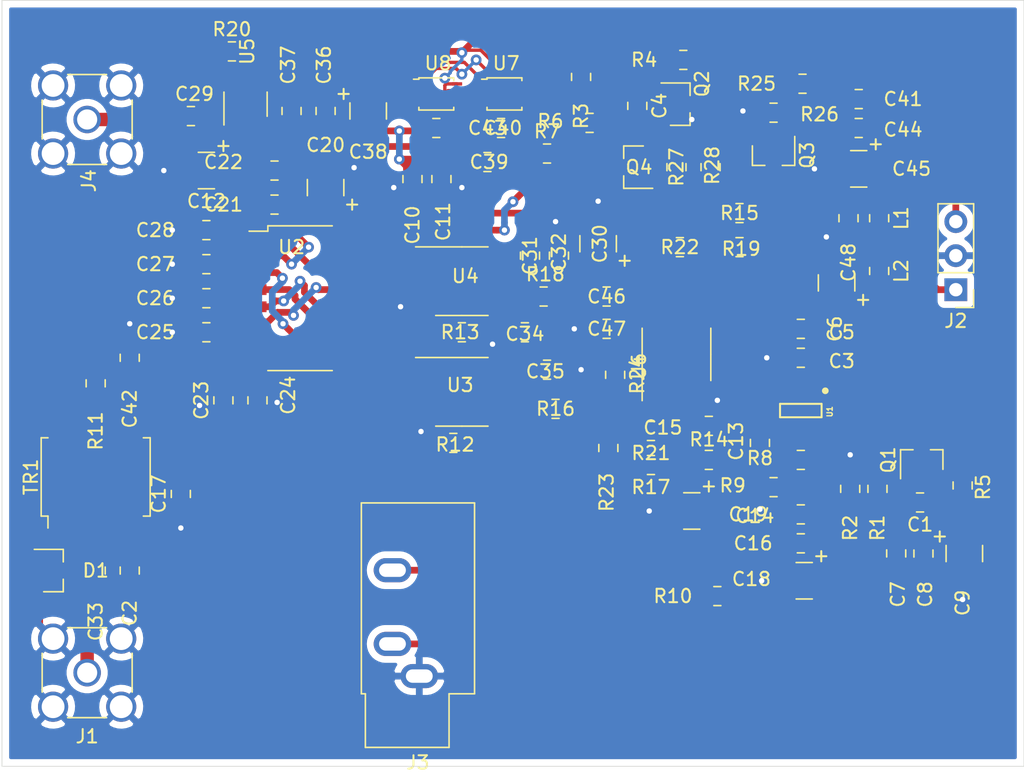
<source format=kicad_pcb>
(kicad_pcb (version 20171130) (host pcbnew 5.1.7-a382d34a8~87~ubuntu20.04.1)
  (layers (0 F.Cu signal) (31 B.Cu signal) (34 B.Paste user) (35 F.Paste user) (36 B.SilkS user) (37 F.SilkS user) (38 B.Mask user) (39 F.Mask user) (44 Edge.Cuts user))
  (net 0 "")
  (net 1 "Net-(C1-Pad2)")
  (net 2 "Net-(C1-Pad1)")
  (net 3 "Net-(C2-Pad2)")
  (net 4 "Net-(C2-Pad1)")
  (net 5 /Vbat)
  (net 6 GND)
  (net 7 "Net-(C4-Pad2)")
  (net 8 "Net-(C4-Pad1)")
  (net 9 /+Vd)
  (net 10 /-Vf)
  (net 11 "Net-(C13-Pad2)")
  (net 12 /+Vf)
  (net 13 /Vbias)
  (net 14 /0deg)
  (net 15 /90deg)
  (net 16 /270deg)
  (net 17 /180deg)
  (net 18 "Net-(C29-Pad2)")
  (net 19 "Net-(C29-Pad1)")
  (net 20 "Net-(C30-Pad1)")
  (net 21 "Net-(C41-Pad2)")
  (net 22 "Net-(C48-Pad2)")
  (net 23 /En)
  (net 24 /AUDIO_Q)
  (net 25 /AUDIO_I)
  (net 26 /Eo)
  (net 27 "Net-(Q3-Pad1)")
  (net 28 "Net-(Q4-Pad1)")
  (net 29 "Net-(R8-Pad2)")
  (net 30 "Net-(R12-Pad2)")
  (net 31 "Net-(R13-Pad2)")
  (net 32 "Net-(R14-Pad2)")
  (net 33 "Net-(R15-Pad2)")
  (net 34 "Net-(R16-Pad2)")
  (net 35 "Net-(R18-Pad2)")
  (net 36 "Net-(R20-Pad2)")
  (net 37 "Net-(R21-Pad2)")
  (net 38 "Net-(R22-Pad2)")
  (net 39 "Net-(TR1-Pad6)")
  (net 40 "Net-(TR1-Pad4)")
  (net 41 /CLK_0)
  (net 42 /CLK_1)
  (net 43 "Net-(U3-Pad8)")
  (net 44 "Net-(U3-Pad5)")
  (net 45 "Net-(U3-Pad1)")
  (net 46 "Net-(U4-Pad8)")
  (net 47 "Net-(U4-Pad5)")
  (net 48 "Net-(U4-Pad1)")
  (net 49 "Net-(U7-Pad3)")
  (net 50 "Net-(U7-Pad2)")
  (module Capacitor_SMD:C_0805_2012Metric_Pad1.15x1.40mm_HandSolder (layer F.Cu) (at 108.585 68.961)
    (fp_text reference C47 (at 0 0) (layer F.SilkS))
    (fp_text value 0.1u)
    (pad 2 smd roundrect (at 1.025 0) (size 1.15 1.4) (layers F.Cu F.Paste F.Mask) (roundrect_rratio 0.217391) (net 12 /+Vf))
    (pad 1 smd roundrect (at -1.025 0) (size 1.15 1.4) (layers F.Cu F.Paste F.Mask) (roundrect_rratio 0.217391) (net 6 GND))
  )
  (module Resistor_SMD:R_0805_2012Metric_Pad1.15x1.40mm_HandSolder (layer F.Cu) (at 70.485 73.025 90)
    (fp_text reference R11 (at -3.556 0 90) (layer F.SilkS))
    (fp_text value 10k)
    (pad 2 smd roundrect (at 1.025 0 90) (size 1.15 1.4) (layers F.Cu F.Paste F.Mask) (roundrect_rratio 0.217391) (net 10 /-Vf))
    (pad 1 smd roundrect (at -1.025 0 90) (size 1.15 1.4) (layers F.Cu F.Paste F.Mask) (roundrect_rratio 0.217391) (net 13 /Vbias))
  )
  (module Resistor_SMD:R_0805_2012Metric_Pad1.15x1.40mm_HandSolder (layer F.Cu) (at 116.84 88.9)
    (fp_text reference R10 (at -3.311 0) (layer F.SilkS))
    (fp_text value 10k)
    (pad 2 smd roundrect (at 1.025 0) (size 1.15 1.4) (layers F.Cu F.Paste F.Mask) (roundrect_rratio 0.217391) (net 12 /+Vf))
    (pad 1 smd roundrect (at -1.025 0) (size 1.15 1.4) (layers F.Cu F.Paste F.Mask) (roundrect_rratio 0.217391) (net 13 /Vbias))
  )
  (module Capacitor_SMD:C_0805_2012Metric_Pad1.15x1.40mm_HandSolder (layer F.Cu) (at 110.871 52.324 270)
    (fp_text reference C4 (at 0 -1.65 90) (layer F.SilkS))
    (fp_text value 0.1u)
    (pad 2 smd roundrect (at 1.025 0 270) (size 1.15 1.4) (layers F.Cu F.Paste F.Mask) (roundrect_rratio 0.217391) (net 7 "Net-(C4-Pad2)"))
    (pad 1 smd roundrect (at -1.025 0 270) (size 1.15 1.4) (layers F.Cu F.Paste F.Mask) (roundrect_rratio 0.217391) (net 8 "Net-(C4-Pad1)"))
  )
  (module custom_library:CP_1210_3225Metric_Pad1.42x2.65mm_HandSolder (layer F.Cu) (at 107.95 62.611 90)
    (fp_text reference C30 (at 0 0.127 90) (layer F.SilkS))
    (fp_text value 47u)
    (fp_text user + (at -1.27 1.905 90) (layer F.SilkS))
    (pad 2 smd roundrect (at 1.4875 0 90) (size 1.425 2.65) (layers F.Cu F.Paste F.Mask) (roundrect_rratio 0.175439) (net 6 GND))
    (pad 1 smd roundrect (at -1.4875 0 90) (size 1.425 2.65) (layers F.Cu F.Paste F.Mask) (roundrect_rratio 0.175439) (net 20 "Net-(C30-Pad1)"))
  )
  (module Capacitor_SMD:C_0805_2012Metric_Pad1.15x1.40mm_HandSolder (layer F.Cu) (at 100.711 53.975)
    (fp_text reference C40 (at 0.127 0) (layer F.SilkS))
    (fp_text value 1n)
    (pad 2 smd roundrect (at 1.025 0) (size 1.15 1.4) (layers F.Cu F.Paste F.Mask) (roundrect_rratio 0.217391) (net 9 /+Vd))
    (pad 1 smd roundrect (at -1.025 0) (size 1.15 1.4) (layers F.Cu F.Paste F.Mask) (roundrect_rratio 0.217391) (net 10 /-Vf))
  )
  (module Capacitor_SMD:C_0805_2012Metric_Pad1.15x1.40mm_HandSolder (layer F.Cu) (at 99.695 56.515)
    (fp_text reference C39 (at 0.127 0) (layer F.SilkS))
    (fp_text value 0.1u)
    (pad 2 smd roundrect (at 1.025 0) (size 1.15 1.4) (layers F.Cu F.Paste F.Mask) (roundrect_rratio 0.217391) (net 9 /+Vd))
    (pad 1 smd roundrect (at -1.025 0) (size 1.15 1.4) (layers F.Cu F.Paste F.Mask) (roundrect_rratio 0.217391) (net 10 /-Vf))
  )
  (module Capacitor_SMD:C_0805_2012Metric_Pad1.15x1.40mm_HandSolder (layer F.Cu) (at 70.485 86.995 90)
    (fp_text reference C33 (at -3.81 0 90) (layer F.SilkS))
    (fp_text value 1n)
    (pad 2 smd roundrect (at 1.025 0 90) (size 1.15 1.4) (layers F.Cu F.Paste F.Mask) (roundrect_rratio 0.217391) (net 4 "Net-(C2-Pad1)"))
    (pad 1 smd roundrect (at -1.025 0 90) (size 1.15 1.4) (layers F.Cu F.Paste F.Mask) (roundrect_rratio 0.217391) (net 3 "Net-(C2-Pad2)"))
  )
  (module Package_SO:VSSOP-8_2.4x2.1mm_P0.5mm (layer F.Cu) (at 95.885 51.435)
    (fp_text reference U8 (at 0.127 -2.286) (layer F.SilkS))
    (fp_text value 74AUP1G74)
    (pad 8 smd rect (at 1.55 -0.75) (size 0.75 0.25) (layers F.Cu F.Paste F.Mask) (net 9 /+Vd))
    (pad 7 smd rect (at 1.55 -0.25) (size 0.75 0.25) (layers F.Cu F.Paste F.Mask) (net 9 /+Vd))
    (pad 6 smd rect (at 1.55 0.25) (size 0.75 0.25) (layers F.Cu F.Paste F.Mask) (net 9 /+Vd))
    (pad 5 smd rect (at 1.55 0.75) (size 0.75 0.25) (layers F.Cu F.Paste F.Mask) (net 50 "Net-(U7-Pad2)"))
    (pad 4 smd rect (at -1.55 0.75) (size 0.75 0.25) (layers F.Cu F.Paste F.Mask) (net 10 /-Vf))
    (pad 3 smd rect (at -1.55 0.25) (size 0.75 0.25) (layers F.Cu F.Paste F.Mask) (net 42 /CLK_1))
    (pad 2 smd rect (at -1.55 -0.25) (size 0.75 0.25) (layers F.Cu F.Paste F.Mask) (net 49 "Net-(U7-Pad3)"))
    (pad 1 smd rect (at -1.55 -0.75) (size 0.75 0.25) (layers F.Cu F.Paste F.Mask) (net 36 "Net-(R20-Pad2)"))
  )
  (module Package_SO:VSSOP-8_2.4x2.1mm_P0.5mm (layer F.Cu) (at 100.965 51.435)
    (fp_text reference U7 (at 0.127 -2.286) (layer F.SilkS))
    (fp_text value 74AUP1G74)
    (pad 8 smd rect (at 1.55 -0.75) (size 0.75 0.25) (layers F.Cu F.Paste F.Mask) (net 9 /+Vd))
    (pad 7 smd rect (at 1.55 -0.25) (size 0.75 0.25) (layers F.Cu F.Paste F.Mask) (net 9 /+Vd))
    (pad 6 smd rect (at 1.55 0.25) (size 0.75 0.25) (layers F.Cu F.Paste F.Mask) (net 9 /+Vd))
    (pad 5 smd rect (at 1.55 0.75) (size 0.75 0.25) (layers F.Cu F.Paste F.Mask) (net 41 /CLK_0))
    (pad 4 smd rect (at -1.55 0.75) (size 0.75 0.25) (layers F.Cu F.Paste F.Mask) (net 10 /-Vf))
    (pad 3 smd rect (at -1.55 0.25) (size 0.75 0.25) (layers F.Cu F.Paste F.Mask) (net 49 "Net-(U7-Pad3)"))
    (pad 2 smd rect (at -1.55 -0.25) (size 0.75 0.25) (layers F.Cu F.Paste F.Mask) (net 50 "Net-(U7-Pad2)"))
    (pad 1 smd rect (at -1.55 -0.75) (size 0.75 0.25) (layers F.Cu F.Paste F.Mask) (net 36 "Net-(R20-Pad2)"))
  )
  (module Package_SO:SOIC-8_3.9x4.9mm_P1.27mm (layer F.Cu) (at 113.792 70.866 90)
    (fp_text reference U6 (at -0.889 -2.794 90) (layer F.SilkS))
    (fp_text value OPA1662)
    (pad 8 smd roundrect (at 2.475 -1.905 90) (size 1.95 0.6) (layers F.Cu F.Paste F.Mask) (net 12 /+Vf))
    (pad 7 smd roundrect (at 2.475 -0.635 90) (size 1.95 0.6) (layers F.Cu F.Paste F.Mask) (net 38 "Net-(R22-Pad2)"))
    (pad 6 smd roundrect (at 2.475 0.635 90) (size 1.95 0.6) (layers F.Cu F.Paste F.Mask) (net 35 "Net-(R18-Pad2)"))
    (pad 5 smd roundrect (at 2.475 1.905 90) (size 1.95 0.6) (layers F.Cu F.Paste F.Mask) (net 13 /Vbias))
    (pad 4 smd roundrect (at -2.475 1.905 90) (size 1.95 0.6) (layers F.Cu F.Paste F.Mask) (net 6 GND))
    (pad 3 smd roundrect (at -2.475 0.635 90) (size 1.95 0.6) (layers F.Cu F.Paste F.Mask) (net 13 /Vbias))
    (pad 2 smd roundrect (at -2.475 -0.635 90) (size 1.95 0.6) (layers F.Cu F.Paste F.Mask) (net 34 "Net-(R16-Pad2)"))
    (pad 1 smd roundrect (at -2.475 -1.905 90) (size 1.95 0.6) (layers F.Cu F.Paste F.Mask) (net 37 "Net-(R21-Pad2)"))
  )
  (module Package_TO_SOT_SMD:SOT-23-5_HandSoldering (layer F.Cu) (at 81.661 52.197 90)
    (fp_text reference U5 (at 3.937 0.127 90) (layer F.SilkS))
    (fp_text value NC7SZ00M5X)
    (pad 5 smd rect (at 1.35 -0.95 90) (size 1.56 0.65) (layers F.Cu F.Paste F.Mask) (net 9 /+Vd))
    (pad 4 smd rect (at 1.35 0.95 90) (size 1.56 0.65) (layers F.Cu F.Paste F.Mask) (net 36 "Net-(R20-Pad2)"))
    (pad 3 smd rect (at -1.35 0.95 90) (size 1.56 0.65) (layers F.Cu F.Paste F.Mask) (net 10 /-Vf))
    (pad 2 smd rect (at -1.35 0 90) (size 1.56 0.65) (layers F.Cu F.Paste F.Mask) (net 9 /+Vd))
    (pad 1 smd rect (at -1.35 -0.95 90) (size 1.56 0.65) (layers F.Cu F.Paste F.Mask) (net 19 "Net-(C29-Pad1)"))
  )
  (module Package_SO:SOIC-8_3.9x4.9mm_P1.27mm (layer F.Cu) (at 97.79 65.405)
    (fp_text reference U4 (at 0.254 -0.381) (layer F.SilkS))
    (fp_text value AD797)
    (pad 8 smd roundrect (at 2.475 -1.905) (size 1.95 0.6) (layers F.Cu F.Paste F.Mask) (net 46 "Net-(U4-Pad8)"))
    (pad 7 smd roundrect (at 2.475 -0.635) (size 1.95 0.6) (layers F.Cu F.Paste F.Mask) (net 20 "Net-(C30-Pad1)"))
    (pad 6 smd roundrect (at 2.475 0.635) (size 1.95 0.6) (layers F.Cu F.Paste F.Mask) (net 31 "Net-(R13-Pad2)"))
    (pad 5 smd roundrect (at 2.475 1.905) (size 1.95 0.6) (layers F.Cu F.Paste F.Mask) (net 47 "Net-(U4-Pad5)"))
    (pad 4 smd roundrect (at -2.475 1.905) (size 1.95 0.6) (layers F.Cu F.Paste F.Mask) (net 6 GND))
    (pad 3 smd roundrect (at -2.475 0.635) (size 1.95 0.6) (layers F.Cu F.Paste F.Mask) (net 15 /90deg))
    (pad 2 smd roundrect (at -2.475 -0.635) (size 1.95 0.6) (layers F.Cu F.Paste F.Mask) (net 16 /270deg))
    (pad 1 smd roundrect (at -2.475 -1.905) (size 1.95 0.6) (layers F.Cu F.Paste F.Mask) (net 48 "Net-(U4-Pad1)"))
  )
  (module Package_SO:SOIC-8_3.9x4.9mm_P1.27mm (layer F.Cu) (at 97.79 73.66)
    (fp_text reference U3 (at -0.127 -0.508) (layer F.SilkS))
    (fp_text value AD797)
    (pad 8 smd roundrect (at 2.475 -1.905) (size 1.95 0.6) (layers F.Cu F.Paste F.Mask) (net 43 "Net-(U3-Pad8)"))
    (pad 7 smd roundrect (at 2.475 -0.635) (size 1.95 0.6) (layers F.Cu F.Paste F.Mask) (net 20 "Net-(C30-Pad1)"))
    (pad 6 smd roundrect (at 2.475 0.635) (size 1.95 0.6) (layers F.Cu F.Paste F.Mask) (net 30 "Net-(R12-Pad2)"))
    (pad 5 smd roundrect (at 2.475 1.905) (size 1.95 0.6) (layers F.Cu F.Paste F.Mask) (net 44 "Net-(U3-Pad5)"))
    (pad 4 smd roundrect (at -2.475 1.905) (size 1.95 0.6) (layers F.Cu F.Paste F.Mask) (net 6 GND))
    (pad 3 smd roundrect (at -2.475 0.635) (size 1.95 0.6) (layers F.Cu F.Paste F.Mask) (net 14 /0deg))
    (pad 2 smd roundrect (at -2.475 -0.635) (size 1.95 0.6) (layers F.Cu F.Paste F.Mask) (net 17 /180deg))
    (pad 1 smd roundrect (at -2.475 -1.905) (size 1.95 0.6) (layers F.Cu F.Paste F.Mask) (net 45 "Net-(U3-Pad1)"))
  )
  (module Package_SO:SOP-16_4.4x10.4mm_P1.27mm (layer F.Cu) (at 85.725 66.675)
    (fp_text reference U2 (at -0.635 -3.81) (layer F.SilkS))
    (fp_text value SN74CBT3253)
    (pad 16 smd rect (at 3.15 -4.45) (size 1.3 0.8) (layers F.Cu F.Paste F.Mask) (net 12 /+Vf))
    (pad 15 smd rect (at 3.15 -3.17) (size 1.3 0.8) (layers F.Cu F.Paste F.Mask) (net 10 /-Vf))
    (pad 14 smd rect (at 3.15 -1.91) (size 1.3 0.8) (layers F.Cu F.Paste F.Mask) (net 41 /CLK_0))
    (pad 13 smd rect (at 3.15 -0.64) (size 1.3 0.8) (layers F.Cu F.Paste F.Mask) (net 14 /0deg))
    (pad 12 smd rect (at 3.15 0.64) (size 1.3 0.8) (layers F.Cu F.Paste F.Mask) (net 15 /90deg))
    (pad 11 smd rect (at 3.15 1.91) (size 1.3 0.8) (layers F.Cu F.Paste F.Mask) (net 16 /270deg))
    (pad 10 smd rect (at 3.15 3.17) (size 1.3 0.8) (layers F.Cu F.Paste F.Mask) (net 17 /180deg))
    (pad 9 smd rect (at 3.15 4.45) (size 1.3 0.8) (layers F.Cu F.Paste F.Mask) (net 40 "Net-(TR1-Pad4)"))
    (pad 8 smd rect (at -3.15 4.45) (size 1.3 0.8) (layers F.Cu F.Paste F.Mask) (net 10 /-Vf))
    (pad 7 smd rect (at -3.15 3.17) (size 1.3 0.8) (layers F.Cu F.Paste F.Mask) (net 39 "Net-(TR1-Pad6)"))
    (pad 6 smd rect (at -3.15 1.91) (size 1.3 0.8) (layers F.Cu F.Paste F.Mask) (net 14 /0deg))
    (pad 5 smd rect (at -3.15 0.64) (size 1.3 0.8) (layers F.Cu F.Paste F.Mask) (net 15 /90deg))
    (pad 4 smd rect (at -3.15 -0.64) (size 1.3 0.8) (layers F.Cu F.Paste F.Mask) (net 16 /270deg))
    (pad 3 smd rect (at -3.15 -1.91) (size 1.3 0.8) (layers F.Cu F.Paste F.Mask) (net 17 /180deg))
    (pad 2 smd rect (at -3.15 -3.17) (size 1.3 0.8) (layers F.Cu F.Paste F.Mask) (net 42 /CLK_1))
    (pad 1 smd rect (at -3.15 -4.45) (size 1.3 0.8) (layers F.Cu F.Paste F.Mask) (net 10 /-Vf))
  )
  (module custom_library:Texas_Instruments-TPS79101DBVREP-Level_A (layer F.Cu) (at 123.063 75.057 270)
    (fp_text reference U1 (at -0.381 -2.159 90) (layer F.SilkS) (effects (font (size 0.399999 0.399999)) (justify right)))
    (fp_text value TPS79101DBVREP hide)
    (pad 1 smd roundrect (at -1.475001 -0.950001 180) (size 0.650001 1.2) (layers F.Cu F.Paste F.Mask) (roundrect_rratio 0.2999995385) (net 5 /Vbat))
    (pad 2 smd roundrect (at -1.475001 -0.000001 180) (size 0.650001 1.2) (layers F.Cu F.Paste F.Mask) (roundrect_rratio 0.2999995385) (net 6 GND))
    (pad 3 smd roundrect (at -1.475001 0.949998 180) (size 0.650001 1.2) (layers F.Cu F.Paste F.Mask) (roundrect_rratio 0.2999995385) (net 26 /Eo))
    (pad 4 smd roundrect (at 1.474998 0.949998 180) (size 0.650001 1.2) (layers F.Cu F.Paste F.Mask) (roundrect_rratio 0.2999995385) (net 11 "Net-(C13-Pad2)"))
    (pad 5 smd roundrect (at 1.474998 -0.000001 180) (size 0.650001 1.2) (layers F.Cu F.Paste F.Mask) (roundrect_rratio 0.2999995385) (net 29 "Net-(R8-Pad2)"))
    (pad 6 smd roundrect (at 1.474998 -0.950001 180) (size 0.650001 1.2) (layers F.Cu F.Paste F.Mask) (roundrect_rratio 0.2999995385) (net 12 /+Vf))
  )
  (module RF_Mini-Circuits:Mini-Circuits_CD636_H4.11mm (layer F.Cu) (at 70.485 80.01 90)
    (fp_text reference TR1 (at 0 -4.826 90) (layer F.SilkS))
    (fp_text value ADT4-6WT)
    (pad 6 smd rect (at 2.54 -2.54 90) (size 2.54 1.65) (layers F.Cu F.Paste F.Mask) (net 39 "Net-(TR1-Pad6)"))
    (pad 5 smd rect (at 2.54 0 90) (size 2.54 1.65) (layers F.Cu F.Paste F.Mask) (net 13 /Vbias))
    (pad 4 smd rect (at 2.54 2.54 90) (size 2.54 1.65) (layers F.Cu F.Paste F.Mask) (net 40 "Net-(TR1-Pad4)"))
    (pad 3 smd rect (at -2.54 2.54 90) (size 2.54 1.65) (layers F.Cu F.Paste F.Mask) (net 4 "Net-(C2-Pad1)"))
    (pad 2 smd rect (at -2.54 0 90) (size 2.54 1.65) (layers F.Cu F.Paste F.Mask))
    (pad 1 smd rect (at -2.54 -2.54 90) (size 2.54 1.65) (layers F.Cu F.Paste F.Mask) (net 6 GND))
  )
  (module Resistor_SMD:R_0805_2012Metric_Pad1.15x1.40mm_HandSolder (layer F.Cu) (at 116.332 56.896 90)
    (fp_text reference R28 (at 0.127 0.127 90) (layer F.SilkS))
    (fp_text value 47k)
    (pad 2 smd roundrect (at 1.025 0 90) (size 1.15 1.4) (layers F.Cu F.Paste F.Mask) (roundrect_rratio 0.217391) (net 28 "Net-(Q4-Pad1)"))
    (pad 1 smd roundrect (at -1.025 0 90) (size 1.15 1.4) (layers F.Cu F.Paste F.Mask) (roundrect_rratio 0.217391) (net 26 /Eo))
  )
  (module Resistor_SMD:R_0805_2012Metric_Pad1.15x1.40mm_HandSolder (layer F.Cu) (at 113.792 56.896 90)
    (fp_text reference R27 (at 0 0 90) (layer F.SilkS))
    (fp_text value 10k)
    (pad 2 smd roundrect (at 1.025 0 90) (size 1.15 1.4) (layers F.Cu F.Paste F.Mask) (roundrect_rratio 0.217391) (net 5 /Vbat))
    (pad 1 smd roundrect (at -1.025 0 90) (size 1.15 1.4) (layers F.Cu F.Paste F.Mask) (roundrect_rratio 0.217391) (net 28 "Net-(Q4-Pad1)"))
  )
  (module Resistor_SMD:R_0805_2012Metric_Pad1.15x1.40mm_HandSolder (layer F.Cu) (at 121.031 52.832 180)
    (fp_text reference R26 (at -3.429 -0.127) (layer F.SilkS))
    (fp_text value 10k)
    (pad 2 smd roundrect (at 1.025 0 180) (size 1.15 1.4) (layers F.Cu F.Paste F.Mask) (roundrect_rratio 0.217391) (net 6 GND))
    (pad 1 smd roundrect (at -1.025 0 180) (size 1.15 1.4) (layers F.Cu F.Paste F.Mask) (roundrect_rratio 0.217391) (net 27 "Net-(Q3-Pad1)"))
  )
  (module Resistor_SMD:R_0805_2012Metric_Pad1.15x1.40mm_HandSolder (layer F.Cu) (at 123.19 50.673 180)
    (fp_text reference R25 (at 3.429 0) (layer F.SilkS))
    (fp_text value 100k)
    (pad 2 smd roundrect (at 1.025 0 180) (size 1.15 1.4) (layers F.Cu F.Paste F.Mask) (roundrect_rratio 0.217391) (net 27 "Net-(Q3-Pad1)"))
    (pad 1 smd roundrect (at -1.025 0 180) (size 1.15 1.4) (layers F.Cu F.Paste F.Mask) (roundrect_rratio 0.217391) (net 23 /En))
  )
  (module Resistor_SMD:R_0805_2012Metric_Pad1.15x1.40mm_HandSolder (layer F.Cu) (at 109.22 72.39 270)
    (fp_text reference R24 (at 0 -1.65 90) (layer F.SilkS))
    (fp_text value 1E)
    (pad 2 smd roundrect (at 1.025 0 270) (size 1.15 1.4) (layers F.Cu F.Paste F.Mask) (roundrect_rratio 0.217391) (net 24 /AUDIO_Q))
    (pad 1 smd roundrect (at -1.025 0 270) (size 1.15 1.4) (layers F.Cu F.Paste F.Mask) (roundrect_rratio 0.217391) (net 38 "Net-(R22-Pad2)"))
  )
  (module Resistor_SMD:R_0805_2012Metric_Pad1.15x1.40mm_HandSolder (layer F.Cu) (at 108.712 77.851 270)
    (fp_text reference R23 (at 3.311 0.127 90) (layer F.SilkS))
    (fp_text value 1E)
    (pad 2 smd roundrect (at 1.025 0 270) (size 1.15 1.4) (layers F.Cu F.Paste F.Mask) (roundrect_rratio 0.217391) (net 25 /AUDIO_I))
    (pad 1 smd roundrect (at -1.025 0 270) (size 1.15 1.4) (layers F.Cu F.Paste F.Mask) (roundrect_rratio 0.217391) (net 37 "Net-(R21-Pad2)"))
  )
  (module Resistor_SMD:R_0805_2012Metric_Pad1.15x1.40mm_HandSolder (layer F.Cu) (at 114.046 62.865 180)
    (fp_text reference R22 (at 0 0) (layer F.SilkS))
    (fp_text value 2.7k)
    (pad 2 smd roundrect (at 1.025 0 180) (size 1.15 1.4) (layers F.Cu F.Paste F.Mask) (roundrect_rratio 0.217391) (net 38 "Net-(R22-Pad2)"))
    (pad 1 smd roundrect (at -1.025 0 180) (size 1.15 1.4) (layers F.Cu F.Paste F.Mask) (roundrect_rratio 0.217391) (net 35 "Net-(R18-Pad2)"))
  )
  (module Resistor_SMD:R_0805_2012Metric_Pad1.15x1.40mm_HandSolder (layer F.Cu) (at 111.887 76.581 180)
    (fp_text reference R21 (at 0 -1.65) (layer F.SilkS))
    (fp_text value 2.7k)
    (pad 2 smd roundrect (at 1.025 0 180) (size 1.15 1.4) (layers F.Cu F.Paste F.Mask) (roundrect_rratio 0.217391) (net 37 "Net-(R21-Pad2)"))
    (pad 1 smd roundrect (at -1.025 0 180) (size 1.15 1.4) (layers F.Cu F.Paste F.Mask) (roundrect_rratio 0.217391) (net 34 "Net-(R16-Pad2)"))
  )
  (module Resistor_SMD:R_0805_2012Metric_Pad1.15x1.40mm_HandSolder (layer F.Cu) (at 80.645 48.26)
    (fp_text reference R20 (at 0 -1.65) (layer F.SilkS))
    (fp_text value 22k)
    (pad 2 smd roundrect (at 1.025 0) (size 1.15 1.4) (layers F.Cu F.Paste F.Mask) (roundrect_rratio 0.217391) (net 36 "Net-(R20-Pad2)"))
    (pad 1 smd roundrect (at -1.025 0) (size 1.15 1.4) (layers F.Cu F.Paste F.Mask) (roundrect_rratio 0.217391) (net 19 "Net-(C29-Pad1)"))
  )
  (module Resistor_SMD:R_0805_2012Metric_Pad1.15x1.40mm_HandSolder (layer F.Cu) (at 118.491 62.865 180)
    (fp_text reference R19 (at -0.127 -0.127) (layer F.SilkS))
    (fp_text value 2.7k)
    (pad 2 smd roundrect (at 1.025 0 180) (size 1.15 1.4) (layers F.Cu F.Paste F.Mask) (roundrect_rratio 0.217391) (net 35 "Net-(R18-Pad2)"))
    (pad 1 smd roundrect (at -1.025 0 180) (size 1.15 1.4) (layers F.Cu F.Paste F.Mask) (roundrect_rratio 0.217391) (net 33 "Net-(R15-Pad2)"))
  )
  (module Resistor_SMD:R_0805_2012Metric_Pad1.15x1.40mm_HandSolder (layer F.Cu) (at 103.886 66.548)
    (fp_text reference R18 (at 0.127 -1.65) (layer F.SilkS))
    (fp_text value 2.7k)
    (pad 2 smd roundrect (at 1.025 0) (size 1.15 1.4) (layers F.Cu F.Paste F.Mask) (roundrect_rratio 0.217391) (net 35 "Net-(R18-Pad2)"))
    (pad 1 smd roundrect (at -1.025 0) (size 1.15 1.4) (layers F.Cu F.Paste F.Mask) (roundrect_rratio 0.217391) (net 31 "Net-(R13-Pad2)"))
  )
  (module Resistor_SMD:R_0805_2012Metric_Pad1.15x1.40mm_HandSolder (layer F.Cu) (at 111.887 79.121 180)
    (fp_text reference R17 (at 0 -1.65) (layer F.SilkS))
    (fp_text value 2.7k)
    (pad 2 smd roundrect (at 1.025 0 180) (size 1.15 1.4) (layers F.Cu F.Paste F.Mask) (roundrect_rratio 0.217391) (net 34 "Net-(R16-Pad2)"))
    (pad 1 smd roundrect (at -1.025 0 180) (size 1.15 1.4) (layers F.Cu F.Paste F.Mask) (roundrect_rratio 0.217391) (net 32 "Net-(R14-Pad2)"))
  )
  (module Resistor_SMD:R_0805_2012Metric_Pad1.15x1.40mm_HandSolder (layer F.Cu) (at 104.775 74.93)
    (fp_text reference R16 (at 0 0) (layer F.SilkS))
    (fp_text value 2.7k)
    (pad 2 smd roundrect (at 1.025 0) (size 1.15 1.4) (layers F.Cu F.Paste F.Mask) (roundrect_rratio 0.217391) (net 34 "Net-(R16-Pad2)"))
    (pad 1 smd roundrect (at -1.025 0) (size 1.15 1.4) (layers F.Cu F.Paste F.Mask) (roundrect_rratio 0.217391) (net 30 "Net-(R12-Pad2)"))
  )
  (module Resistor_SMD:R_0805_2012Metric_Pad1.15x1.40mm_HandSolder (layer F.Cu) (at 118.491 60.325)
    (fp_text reference R15 (at 0 0) (layer F.SilkS))
    (fp_text value 390E)
    (pad 2 smd roundrect (at 1.025 0) (size 1.15 1.4) (layers F.Cu F.Paste F.Mask) (roundrect_rratio 0.217391) (net 33 "Net-(R15-Pad2)"))
    (pad 1 smd roundrect (at -1.025 0) (size 1.15 1.4) (layers F.Cu F.Paste F.Mask) (roundrect_rratio 0.217391) (net 12 /+Vf))
  )
  (module Resistor_SMD:R_0805_2012Metric_Pad1.15x1.40mm_HandSolder (layer F.Cu) (at 116.205 78.74 180)
    (fp_text reference R14 (at 0 1.524) (layer F.SilkS))
    (fp_text value 390E)
    (pad 2 smd roundrect (at 1.025 0 180) (size 1.15 1.4) (layers F.Cu F.Paste F.Mask) (roundrect_rratio 0.217391) (net 32 "Net-(R14-Pad2)"))
    (pad 1 smd roundrect (at -1.025 0 180) (size 1.15 1.4) (layers F.Cu F.Paste F.Mask) (roundrect_rratio 0.217391) (net 12 /+Vf))
  )
  (module Resistor_SMD:R_0805_2012Metric_Pad1.15x1.40mm_HandSolder (layer F.Cu) (at 97.79 69.215)
    (fp_text reference R13 (at -0.127 0) (layer F.SilkS))
    (fp_text value 1E)
    (pad 2 smd roundrect (at 1.025 0) (size 1.15 1.4) (layers F.Cu F.Paste F.Mask) (roundrect_rratio 0.217391) (net 31 "Net-(R13-Pad2)"))
    (pad 1 smd roundrect (at -1.025 0) (size 1.15 1.4) (layers F.Cu F.Paste F.Mask) (roundrect_rratio 0.217391) (net 16 /270deg))
  )
  (module Resistor_SMD:R_0805_2012Metric_Pad1.15x1.40mm_HandSolder (layer F.Cu) (at 97.155 77.47)
    (fp_text reference R12 (at 0.127 0.127) (layer F.SilkS))
    (fp_text value 1E)
    (pad 2 smd roundrect (at 1.025 0) (size 1.15 1.4) (layers F.Cu F.Paste F.Mask) (roundrect_rratio 0.217391) (net 30 "Net-(R12-Pad2)"))
    (pad 1 smd roundrect (at -1.025 0) (size 1.15 1.4) (layers F.Cu F.Paste F.Mask) (roundrect_rratio 0.217391) (net 17 /180deg))
  )
  (module Resistor_SMD:R_0805_2012Metric_Pad1.15x1.40mm_HandSolder (layer F.Cu) (at 121.031 80.772 180)
    (fp_text reference R9 (at 3.048 0.127) (layer F.SilkS))
    (fp_text value 100k)
    (pad 2 smd roundrect (at 1.025 0 180) (size 1.15 1.4) (layers F.Cu F.Paste F.Mask) (roundrect_rratio 0.217391) (net 6 GND))
    (pad 1 smd roundrect (at -1.025 0 180) (size 1.15 1.4) (layers F.Cu F.Paste F.Mask) (roundrect_rratio 0.217391) (net 29 "Net-(R8-Pad2)"))
  )
  (module Resistor_SMD:R_0805_2012Metric_Pad1.15x1.40mm_HandSolder (layer F.Cu) (at 123.063 78.74 180)
    (fp_text reference R8 (at 3.048 0.127) (layer F.SilkS))
    (fp_text value 100k)
    (pad 2 smd roundrect (at 1.025 0 180) (size 1.15 1.4) (layers F.Cu F.Paste F.Mask) (roundrect_rratio 0.217391) (net 29 "Net-(R8-Pad2)"))
    (pad 1 smd roundrect (at -1.025 0 180) (size 1.15 1.4) (layers F.Cu F.Paste F.Mask) (roundrect_rratio 0.217391) (net 12 /+Vf))
  )
  (module Resistor_SMD:R_0805_2012Metric_Pad1.15x1.40mm_HandSolder (layer F.Cu) (at 104.14 55.88)
    (fp_text reference R7 (at 0 -1.65) (layer F.SilkS))
    (fp_text value 1E)
    (pad 2 smd roundrect (at 1.025 0) (size 1.15 1.4) (layers F.Cu F.Paste F.Mask) (roundrect_rratio 0.217391) (net 7 "Net-(C4-Pad2)"))
    (pad 1 smd roundrect (at -1.025 0) (size 1.15 1.4) (layers F.Cu F.Paste F.Mask) (roundrect_rratio 0.217391) (net 10 /-Vf))
  )
  (module Resistor_SMD:R_0805_2012Metric_Pad1.15x1.40mm_HandSolder (layer F.Cu) (at 107.315 53.594)
    (fp_text reference R6 (at -2.921 -0.127) (layer F.SilkS))
    (fp_text value 10k)
    (pad 2 smd roundrect (at 1.025 0) (size 1.15 1.4) (layers F.Cu F.Paste F.Mask) (roundrect_rratio 0.217391) (net 7 "Net-(C4-Pad2)"))
    (pad 1 smd roundrect (at -1.025 0) (size 1.15 1.4) (layers F.Cu F.Paste F.Mask) (roundrect_rratio 0.217391) (net 12 /+Vf))
  )
  (module Resistor_SMD:R_0805_2012Metric_Pad1.15x1.40mm_HandSolder (layer F.Cu) (at 135.128 80.645 90)
    (fp_text reference R5 (at -0.127 1.524 90) (layer F.SilkS))
    (fp_text value 1E)
    (pad 2 smd roundrect (at 1.025 0 90) (size 1.15 1.4) (layers F.Cu F.Paste F.Mask) (roundrect_rratio 0.217391) (net 2 "Net-(C1-Pad1)"))
    (pad 1 smd roundrect (at -1.025 0 90) (size 1.15 1.4) (layers F.Cu F.Paste F.Mask) (roundrect_rratio 0.217391) (net 9 /+Vd))
  )
  (module Resistor_SMD:R_0805_2012Metric_Pad1.15x1.40mm_HandSolder (layer F.Cu) (at 114.3 48.895)
    (fp_text reference R4 (at -2.921 0) (layer F.SilkS))
    (fp_text value 100k)
    (pad 2 smd roundrect (at 1.025 0) (size 1.15 1.4) (layers F.Cu F.Paste F.Mask) (roundrect_rratio 0.217391) (net 6 GND))
    (pad 1 smd roundrect (at -1.025 0) (size 1.15 1.4) (layers F.Cu F.Paste F.Mask) (roundrect_rratio 0.217391) (net 8 "Net-(C4-Pad1)"))
  )
  (module Resistor_SMD:R_0805_2012Metric_Pad1.15x1.40mm_HandSolder (layer F.Cu) (at 106.68 50.165 90)
    (fp_text reference R3 (at -2.921 0 90) (layer F.SilkS))
    (fp_text value 100k)
    (pad 2 smd roundrect (at 1.025 0 90) (size 1.15 1.4) (layers F.Cu F.Paste F.Mask) (roundrect_rratio 0.217391) (net 8 "Net-(C4-Pad1)"))
    (pad 1 smd roundrect (at -1.025 0 90) (size 1.15 1.4) (layers F.Cu F.Paste F.Mask) (roundrect_rratio 0.217391) (net 12 /+Vf))
  )
  (module Resistor_SMD:R_0805_2012Metric_Pad1.15x1.40mm_HandSolder (layer F.Cu) (at 126.746 80.899 90)
    (fp_text reference R2 (at -2.921 0 90) (layer F.SilkS))
    (fp_text value 100k)
    (pad 2 smd roundrect (at 1.025 0 90) (size 1.15 1.4) (layers F.Cu F.Paste F.Mask) (roundrect_rratio 0.217391) (net 6 GND))
    (pad 1 smd roundrect (at -1.025 0 90) (size 1.15 1.4) (layers F.Cu F.Paste F.Mask) (roundrect_rratio 0.217391) (net 1 "Net-(C1-Pad2)"))
  )
  (module Resistor_SMD:R_0805_2012Metric_Pad1.15x1.40mm_HandSolder (layer F.Cu) (at 128.778 80.899 270)
    (fp_text reference R1 (at 2.921 0 90) (layer F.SilkS))
    (fp_text value 100k)
    (pad 2 smd roundrect (at 1.025 0 270) (size 1.15 1.4) (layers F.Cu F.Paste F.Mask) (roundrect_rratio 0.217391) (net 1 "Net-(C1-Pad2)"))
    (pad 1 smd roundrect (at -1.025 0 270) (size 1.15 1.4) (layers F.Cu F.Paste F.Mask) (roundrect_rratio 0.217391) (net 12 /+Vf))
  )
  (module Package_TO_SOT_SMD:SOT-23 (layer F.Cu) (at 110.617 56.896 180)
    (fp_text reference Q4 (at -0.381 0) (layer F.SilkS))
    (fp_text value BC858)
    (pad 3 smd rect (at 1 0 180) (size 0.9 0.8) (layers F.Cu F.Paste F.Mask) (net 20 "Net-(C30-Pad1)"))
    (pad 2 smd rect (at -1 0.95 180) (size 0.9 0.8) (layers F.Cu F.Paste F.Mask) (net 5 /Vbat))
    (pad 1 smd rect (at -1 -0.95 180) (size 0.9 0.8) (layers F.Cu F.Paste F.Mask) (net 28 "Net-(Q4-Pad1)"))
  )
  (module Package_TO_SOT_SMD:SOT-23 (layer F.Cu) (at 121.031 56.007 270)
    (fp_text reference Q3 (at 0 -2.5 90) (layer F.SilkS))
    (fp_text value BC848)
    (pad 3 smd rect (at 1 0 270) (size 0.9 0.8) (layers F.Cu F.Paste F.Mask) (net 26 /Eo))
    (pad 2 smd rect (at -1 0.95 270) (size 0.9 0.8) (layers F.Cu F.Paste F.Mask) (net 6 GND))
    (pad 1 smd rect (at -1 -0.95 270) (size 0.9 0.8) (layers F.Cu F.Paste F.Mask) (net 27 "Net-(Q3-Pad1)"))
  )
  (module Package_TO_SOT_SMD:SOT-23 (layer F.Cu) (at 114.046 52.197)
    (fp_text reference Q2 (at 1.651 -1.524 270) (layer F.SilkS))
    (fp_text value BC858)
    (pad 3 smd rect (at 1 0) (size 0.9 0.8) (layers F.Cu F.Paste F.Mask) (net 6 GND))
    (pad 2 smd rect (at -1 0.95) (size 0.9 0.8) (layers F.Cu F.Paste F.Mask) (net 7 "Net-(C4-Pad2)"))
    (pad 1 smd rect (at -1 -0.95) (size 0.9 0.8) (layers F.Cu F.Paste F.Mask) (net 8 "Net-(C4-Pad1)"))
  )
  (module Package_TO_SOT_SMD:SOT-23 (layer F.Cu) (at 132.08 78.74 90)
    (fp_text reference Q1 (at 0 -2.5 90) (layer F.SilkS))
    (fp_text value BC848)
    (pad 3 smd rect (at 1 0 90) (size 0.9 0.8) (layers F.Cu F.Paste F.Mask) (net 5 /Vbat))
    (pad 2 smd rect (at -1 0.95 90) (size 0.9 0.8) (layers F.Cu F.Paste F.Mask) (net 2 "Net-(C1-Pad1)"))
    (pad 1 smd rect (at -1 -0.95 90) (size 0.9 0.8) (layers F.Cu F.Paste F.Mask) (net 1 "Net-(C1-Pad2)"))
  )
  (module Inductor_SMD:L_0805_2012Metric_Pad1.15x1.40mm_HandSolder (layer F.Cu) (at 128.905 64.643 270)
    (fp_text reference L2 (at 0 -1.65 90) (layer F.SilkS))
    (fp_text value 10uH)
    (pad 2 smd roundrect (at 1.025 0 270) (size 1.15 1.4) (layers F.Cu F.Paste F.Mask) (roundrect_rratio 0.217391) (net 5 /Vbat))
    (pad 1 smd roundrect (at -1.025 0 270) (size 1.15 1.4) (layers F.Cu F.Paste F.Mask) (roundrect_rratio 0.217391) (net 22 "Net-(C48-Pad2)"))
  )
  (module Inductor_SMD:L_0805_2012Metric_Pad1.15x1.40mm_HandSolder (layer F.Cu) (at 128.905 60.706 270)
    (fp_text reference L1 (at 0 -1.65 90) (layer F.SilkS))
    (fp_text value 10uH)
    (pad 2 smd roundrect (at 1.025 0 270) (size 1.15 1.4) (layers F.Cu F.Paste F.Mask) (roundrect_rratio 0.217391) (net 22 "Net-(C48-Pad2)"))
    (pad 1 smd roundrect (at -1.025 0 270) (size 1.15 1.4) (layers F.Cu F.Paste F.Mask) (roundrect_rratio 0.217391) (net 21 "Net-(C41-Pad2)"))
  )
  (module Connector_Coaxial:SMA_Amphenol_901-144_Vertical (layer F.Cu) (at 69.85 53.34 270)
    (fp_text reference J4 (at 4.572 -0.127 90) (layer F.SilkS))
    (fp_text value 4LO_IN)
    (pad 2 thru_hole circle (at -2.54 2.54 270) (size 2.25 2.25) (drill 1.7) (layers *.Cu *.Mask) (net 6 GND))
    (pad 2 thru_hole circle (at -2.54 -2.54 270) (size 2.25 2.25) (drill 1.7) (layers *.Cu *.Mask) (net 6 GND))
    (pad 2 thru_hole circle (at 2.54 -2.54 270) (size 2.25 2.25) (drill 1.7) (layers *.Cu *.Mask) (net 6 GND))
    (pad 2 thru_hole circle (at 2.54 2.54 270) (size 2.25 2.25) (drill 1.7) (layers *.Cu *.Mask) (net 6 GND))
    (pad 1 thru_hole circle (at 0 0 270) (size 2.05 2.05) (drill 1.5) (layers *.Cu *.Mask) (net 18 "Net-(C29-Pad2)"))
  )
  (module Connector_Audio:Jack_3.5mm_CUI_SJ1-3533NG_Horizontal (layer F.Cu) (at 94.615 94.869 180)
    (fp_text reference J3 (at 0.1 -6.45) (layer F.SilkS))
    (fp_text value IQ_OUT)
    (pad R thru_hole oval (at 2 7.9 180) (size 2.8 1.8) (drill oval 2 1) (layers *.Cu *.Mask) (net 24 /AUDIO_Q))
    (pad T thru_hole oval (at 2 2.4 180) (size 2.8 1.8) (drill oval 2 1) (layers *.Cu *.Mask) (net 25 /AUDIO_I))
    (pad S thru_hole oval (at 0 0 180) (size 2.8 1.8) (drill oval 2 1) (layers *.Cu *.Mask) (net 6 GND))
  )
  (module Connector_PinHeader_2.54mm:PinHeader_1x03_P2.54mm_Vertical (layer F.Cu) (at 134.62 66.04 180)
    (fp_text reference J2 (at 0 -2.33) (layer F.SilkS))
    (fp_text value PWR_IN)
    (pad 3 thru_hole oval (at 0 5.08 180) (size 1.7 1.7) (drill 1) (layers *.Cu *.Mask) (net 23 /En))
    (pad 2 thru_hole oval (at 0 2.54 180) (size 1.7 1.7) (drill 1) (layers *.Cu *.Mask) (net 6 GND))
    (pad 1 thru_hole rect (at 0 0 180) (size 1.7 1.7) (drill 1) (layers *.Cu *.Mask) (net 21 "Net-(C41-Pad2)"))
  )
  (module Connector_Coaxial:SMA_Amphenol_901-144_Vertical (layer F.Cu) (at 69.85 94.615 180)
    (fp_text reference J1 (at 0 -4.75) (layer F.SilkS))
    (fp_text value RF_IN)
    (pad 2 thru_hole circle (at -2.54 2.54 180) (size 2.25 2.25) (drill 1.7) (layers *.Cu *.Mask) (net 6 GND))
    (pad 2 thru_hole circle (at -2.54 -2.54 180) (size 2.25 2.25) (drill 1.7) (layers *.Cu *.Mask) (net 6 GND))
    (pad 2 thru_hole circle (at 2.54 -2.54 180) (size 2.25 2.25) (drill 1.7) (layers *.Cu *.Mask) (net 6 GND))
    (pad 2 thru_hole circle (at 2.54 2.54 180) (size 2.25 2.25) (drill 1.7) (layers *.Cu *.Mask) (net 6 GND))
    (pad 1 thru_hole circle (at 0 0 180) (size 2.05 2.05) (drill 1.5) (layers *.Cu *.Mask) (net 3 "Net-(C2-Pad2)"))
  )
  (module Package_TO_SOT_SMD:SOT-23 (layer F.Cu) (at 67.31 86.995)
    (fp_text reference D1 (at 3.175 0) (layer F.SilkS))
    (fp_text value BAT64-04)
    (pad 3 smd rect (at 1 0) (size 0.9 0.8) (layers F.Cu F.Paste F.Mask) (net 4 "Net-(C2-Pad1)"))
    (pad 2 smd rect (at -1 0.95) (size 0.9 0.8) (layers F.Cu F.Paste F.Mask) (net 6 GND))
    (pad 1 smd rect (at -1 -0.95) (size 0.9 0.8) (layers F.Cu F.Paste F.Mask) (net 6 GND))
  )
  (module Capacitor_SMD:C_0805_2012Metric_Pad1.15x1.40mm_HandSolder (layer F.Cu) (at 126.619 60.706 270)
    (fp_text reference C48 (at 3.302 0 90) (layer F.SilkS))
    (fp_text value 0.1u)
    (pad 2 smd roundrect (at 1.025 0 270) (size 1.15 1.4) (layers F.Cu F.Paste F.Mask) (roundrect_rratio 0.217391) (net 22 "Net-(C48-Pad2)"))
    (pad 1 smd roundrect (at -1.025 0 270) (size 1.15 1.4) (layers F.Cu F.Paste F.Mask) (roundrect_rratio 0.217391) (net 6 GND))
  )
  (module Capacitor_SMD:C_0805_2012Metric_Pad1.15x1.40mm_HandSolder (layer F.Cu) (at 108.585 66.548)
    (fp_text reference C46 (at 0 0) (layer F.SilkS))
    (fp_text value 1n)
    (pad 2 smd roundrect (at 1.025 0) (size 1.15 1.4) (layers F.Cu F.Paste F.Mask) (roundrect_rratio 0.217391) (net 12 /+Vf))
    (pad 1 smd roundrect (at -1.025 0) (size 1.15 1.4) (layers F.Cu F.Paste F.Mask) (roundrect_rratio 0.217391) (net 6 GND))
  )
  (module custom_library:CP_1210_3225Metric_Pad1.42x2.65mm_HandSolder (layer F.Cu) (at 127.381 57.023 180)
    (fp_text reference C45 (at -3.937 0) (layer F.SilkS))
    (fp_text value 47u)
    (fp_text user + (at -1.27 1.905) (layer F.SilkS))
    (pad 2 smd roundrect (at 1.4875 0 180) (size 1.425 2.65) (layers F.Cu F.Paste F.Mask) (roundrect_rratio 0.175439) (net 6 GND))
    (pad 1 smd roundrect (at -1.4875 0 180) (size 1.425 2.65) (layers F.Cu F.Paste F.Mask) (roundrect_rratio 0.175439) (net 21 "Net-(C41-Pad2)"))
  )
  (module Capacitor_SMD:C_0805_2012Metric_Pad1.15x1.40mm_HandSolder (layer F.Cu) (at 127.381 53.975)
    (fp_text reference C44 (at 3.302 0.127) (layer F.SilkS))
    (fp_text value 1n)
    (pad 2 smd roundrect (at 1.025 0) (size 1.15 1.4) (layers F.Cu F.Paste F.Mask) (roundrect_rratio 0.217391) (net 21 "Net-(C41-Pad2)"))
    (pad 1 smd roundrect (at -1.025 0) (size 1.15 1.4) (layers F.Cu F.Paste F.Mask) (roundrect_rratio 0.217391) (net 6 GND))
  )
  (module Capacitor_SMD:C_0805_2012Metric_Pad1.15x1.40mm_HandSolder (layer F.Cu) (at 95.885 53.975)
    (fp_text reference C43 (at 3.81 0) (layer F.SilkS))
    (fp_text value 1n)
    (pad 2 smd roundrect (at 1.025 0) (size 1.15 1.4) (layers F.Cu F.Paste F.Mask) (roundrect_rratio 0.217391) (net 9 /+Vd))
    (pad 1 smd roundrect (at -1.025 0) (size 1.15 1.4) (layers F.Cu F.Paste F.Mask) (roundrect_rratio 0.217391) (net 10 /-Vf))
  )
  (module Capacitor_SMD:C_0805_2012Metric_Pad1.15x1.40mm_HandSolder (layer F.Cu) (at 73.025 71.12 270)
    (fp_text reference C42 (at 3.81 0 90) (layer F.SilkS))
    (fp_text value 1n)
    (pad 2 smd roundrect (at 1.025 0 270) (size 1.15 1.4) (layers F.Cu F.Paste F.Mask) (roundrect_rratio 0.217391) (net 10 /-Vf))
    (pad 1 smd roundrect (at -1.025 0 270) (size 1.15 1.4) (layers F.Cu F.Paste F.Mask) (roundrect_rratio 0.217391) (net 6 GND))
  )
  (module Capacitor_SMD:C_0805_2012Metric_Pad1.15x1.40mm_HandSolder (layer F.Cu) (at 127.381 51.816)
    (fp_text reference C41 (at 3.302 0) (layer F.SilkS))
    (fp_text value 0.1u)
    (pad 2 smd roundrect (at 1.025 0) (size 1.15 1.4) (layers F.Cu F.Paste F.Mask) (roundrect_rratio 0.217391) (net 21 "Net-(C41-Pad2)"))
    (pad 1 smd roundrect (at -1.025 0) (size 1.15 1.4) (layers F.Cu F.Paste F.Mask) (roundrect_rratio 0.217391) (net 6 GND))
  )
  (module custom_library:CP_1210_3225Metric_Pad1.42x2.65mm_HandSolder (layer F.Cu) (at 90.805 52.705 270)
    (fp_text reference C38 (at 3.048 0 180) (layer F.SilkS))
    (fp_text value 47u)
    (fp_text user + (at -1.27 1.905 90) (layer F.SilkS))
    (pad 2 smd roundrect (at 1.4875 0 270) (size 1.425 2.65) (layers F.Cu F.Paste F.Mask) (roundrect_rratio 0.175439) (net 10 /-Vf))
    (pad 1 smd roundrect (at -1.4875 0 270) (size 1.425 2.65) (layers F.Cu F.Paste F.Mask) (roundrect_rratio 0.175439) (net 9 /+Vd))
  )
  (module Capacitor_SMD:C_0805_2012Metric_Pad1.15x1.40mm_HandSolder (layer F.Cu) (at 85.09 52.705 90)
    (fp_text reference C37 (at 3.429 -0.254 90) (layer F.SilkS))
    (fp_text value 1n)
    (pad 2 smd roundrect (at 1.025 0 90) (size 1.15 1.4) (layers F.Cu F.Paste F.Mask) (roundrect_rratio 0.217391) (net 9 /+Vd))
    (pad 1 smd roundrect (at -1.025 0 90) (size 1.15 1.4) (layers F.Cu F.Paste F.Mask) (roundrect_rratio 0.217391) (net 10 /-Vf))
  )
  (module Capacitor_SMD:C_0805_2012Metric_Pad1.15x1.40mm_HandSolder (layer F.Cu) (at 87.63 52.705 90)
    (fp_text reference C36 (at 3.429 -0.127 270) (layer F.SilkS))
    (fp_text value 0.1u)
    (pad 2 smd roundrect (at 1.025 0 90) (size 1.15 1.4) (layers F.Cu F.Paste F.Mask) (roundrect_rratio 0.217391) (net 9 /+Vd))
    (pad 1 smd roundrect (at -1.025 0 90) (size 1.15 1.4) (layers F.Cu F.Paste F.Mask) (roundrect_rratio 0.217391) (net 10 /-Vf))
  )
  (module Capacitor_SMD:C_0805_2012Metric_Pad1.15x1.40mm_HandSolder (layer F.Cu) (at 104.14 72.009 180)
    (fp_text reference C35 (at 0.127 -0.127) (layer F.SilkS))
    (fp_text value 0.1u)
    (pad 2 smd roundrect (at 1.025 0 180) (size 1.15 1.4) (layers F.Cu F.Paste F.Mask) (roundrect_rratio 0.217391) (net 20 "Net-(C30-Pad1)"))
    (pad 1 smd roundrect (at -1.025 0 180) (size 1.15 1.4) (layers F.Cu F.Paste F.Mask) (roundrect_rratio 0.217391) (net 6 GND))
  )
  (module Capacitor_SMD:C_0805_2012Metric_Pad1.15x1.40mm_HandSolder (layer F.Cu) (at 102.489 69.215)
    (fp_text reference C34 (at 0 0.127) (layer F.SilkS))
    (fp_text value 1n)
    (pad 2 smd roundrect (at 1.025 0) (size 1.15 1.4) (layers F.Cu F.Paste F.Mask) (roundrect_rratio 0.217391) (net 20 "Net-(C30-Pad1)"))
    (pad 1 smd roundrect (at -1.025 0) (size 1.15 1.4) (layers F.Cu F.Paste F.Mask) (roundrect_rratio 0.217391) (net 6 GND))
  )
  (module Capacitor_SMD:C_0805_2012Metric_Pad1.15x1.40mm_HandSolder (layer F.Cu) (at 105.029 63.5 270)
    (fp_text reference C32 (at -0.254 0 90) (layer F.SilkS))
    (fp_text value 0.1u)
    (pad 2 smd roundrect (at 1.025 0 270) (size 1.15 1.4) (layers F.Cu F.Paste F.Mask) (roundrect_rratio 0.217391) (net 20 "Net-(C30-Pad1)"))
    (pad 1 smd roundrect (at -1.025 0 270) (size 1.15 1.4) (layers F.Cu F.Paste F.Mask) (roundrect_rratio 0.217391) (net 6 GND))
  )
  (module Capacitor_SMD:C_0805_2012Metric_Pad1.15x1.40mm_HandSolder (layer F.Cu) (at 102.87 63.5 270)
    (fp_text reference C31 (at 0 0 270) (layer F.SilkS))
    (fp_text value 1n)
    (pad 2 smd roundrect (at 1.025 0 270) (size 1.15 1.4) (layers F.Cu F.Paste F.Mask) (roundrect_rratio 0.217391) (net 20 "Net-(C30-Pad1)"))
    (pad 1 smd roundrect (at -1.025 0 270) (size 1.15 1.4) (layers F.Cu F.Paste F.Mask) (roundrect_rratio 0.217391) (net 6 GND))
  )
  (module Capacitor_SMD:C_0805_2012Metric_Pad1.15x1.40mm_HandSolder (layer F.Cu) (at 77.588 53.086 180)
    (fp_text reference C29 (at -0.263 1.651) (layer F.SilkS))
    (fp_text value 1n0)
    (pad 2 smd roundrect (at 1.025 0 180) (size 1.15 1.4) (layers F.Cu F.Paste F.Mask) (roundrect_rratio 0.217391) (net 18 "Net-(C29-Pad2)"))
    (pad 1 smd roundrect (at -1.025 0 180) (size 1.15 1.4) (layers F.Cu F.Paste F.Mask) (roundrect_rratio 0.217391) (net 19 "Net-(C29-Pad1)"))
  )
  (module Capacitor_SMD:C_0805_2012Metric_Pad1.15x1.40mm_HandSolder (layer F.Cu) (at 78.74 61.595)
    (fp_text reference C28 (at -3.81 0) (layer F.SilkS))
    (fp_text value 0.22u)
    (pad 2 smd roundrect (at 1.025 0) (size 1.15 1.4) (layers F.Cu F.Paste F.Mask) (roundrect_rratio 0.217391) (net 17 /180deg))
    (pad 1 smd roundrect (at -1.025 0) (size 1.15 1.4) (layers F.Cu F.Paste F.Mask) (roundrect_rratio 0.217391) (net 6 GND))
  )
  (module Capacitor_SMD:C_0805_2012Metric_Pad1.15x1.40mm_HandSolder (layer F.Cu) (at 78.74 64.135)
    (fp_text reference C27 (at -3.81 0) (layer F.SilkS))
    (fp_text value 0.22u)
    (pad 2 smd roundrect (at 1.025 0) (size 1.15 1.4) (layers F.Cu F.Paste F.Mask) (roundrect_rratio 0.217391) (net 16 /270deg))
    (pad 1 smd roundrect (at -1.025 0) (size 1.15 1.4) (layers F.Cu F.Paste F.Mask) (roundrect_rratio 0.217391) (net 6 GND))
  )
  (module Capacitor_SMD:C_0805_2012Metric_Pad1.15x1.40mm_HandSolder (layer F.Cu) (at 78.74 66.675)
    (fp_text reference C26 (at -3.81 0) (layer F.SilkS))
    (fp_text value 0.22u)
    (pad 2 smd roundrect (at 1.025 0) (size 1.15 1.4) (layers F.Cu F.Paste F.Mask) (roundrect_rratio 0.217391) (net 15 /90deg))
    (pad 1 smd roundrect (at -1.025 0) (size 1.15 1.4) (layers F.Cu F.Paste F.Mask) (roundrect_rratio 0.217391) (net 6 GND))
  )
  (module Capacitor_SMD:C_0805_2012Metric_Pad1.15x1.40mm_HandSolder (layer F.Cu) (at 78.74 69.215)
    (fp_text reference C25 (at -3.81 0) (layer F.SilkS))
    (fp_text value 0.22u)
    (pad 2 smd roundrect (at 1.025 0) (size 1.15 1.4) (layers F.Cu F.Paste F.Mask) (roundrect_rratio 0.217391) (net 14 /0deg))
    (pad 1 smd roundrect (at -1.025 0) (size 1.15 1.4) (layers F.Cu F.Paste F.Mask) (roundrect_rratio 0.217391) (net 6 GND))
  )
  (module Capacitor_SMD:C_0805_2012Metric_Pad1.15x1.40mm_HandSolder (layer F.Cu) (at 82.55 74.295 90)
    (fp_text reference C24 (at 0.381 2.286 90) (layer F.SilkS))
    (fp_text value 0.1u)
    (pad 2 smd roundrect (at 1.025 0 90) (size 1.15 1.4) (layers F.Cu F.Paste F.Mask) (roundrect_rratio 0.217391) (net 10 /-Vf))
    (pad 1 smd roundrect (at -1.025 0 90) (size 1.15 1.4) (layers F.Cu F.Paste F.Mask) (roundrect_rratio 0.217391) (net 6 GND))
  )
  (module Capacitor_SMD:C_0805_2012Metric_Pad1.15x1.40mm_HandSolder (layer F.Cu) (at 80.01 74.295 90)
    (fp_text reference C23 (at 0 -1.65 90) (layer F.SilkS))
    (fp_text value 1n)
    (pad 2 smd roundrect (at 1.025 0 90) (size 1.15 1.4) (layers F.Cu F.Paste F.Mask) (roundrect_rratio 0.217391) (net 10 /-Vf))
    (pad 1 smd roundrect (at -1.025 0 90) (size 1.15 1.4) (layers F.Cu F.Paste F.Mask) (roundrect_rratio 0.217391) (net 6 GND))
  )
  (module Capacitor_SMD:C_0805_2012Metric_Pad1.15x1.40mm_HandSolder (layer F.Cu) (at 83.82 57.15)
    (fp_text reference C22 (at -3.81 -0.635) (layer F.SilkS))
    (fp_text value 0.1u)
    (pad 2 smd roundrect (at 1.025 0) (size 1.15 1.4) (layers F.Cu F.Paste F.Mask) (roundrect_rratio 0.217391) (net 12 /+Vf))
    (pad 1 smd roundrect (at -1.025 0) (size 1.15 1.4) (layers F.Cu F.Paste F.Mask) (roundrect_rratio 0.217391) (net 10 /-Vf))
  )
  (module Capacitor_SMD:C_0805_2012Metric_Pad1.15x1.40mm_HandSolder (layer F.Cu) (at 83.82 59.69)
    (fp_text reference C21 (at -3.81 0) (layer F.SilkS))
    (fp_text value 1n)
    (pad 2 smd roundrect (at 1.025 0) (size 1.15 1.4) (layers F.Cu F.Paste F.Mask) (roundrect_rratio 0.217391) (net 12 /+Vf))
    (pad 1 smd roundrect (at -1.025 0) (size 1.15 1.4) (layers F.Cu F.Paste F.Mask) (roundrect_rratio 0.217391) (net 10 /-Vf))
  )
  (module custom_library:CP_1210_3225Metric_Pad1.42x2.65mm_HandSolder (layer F.Cu) (at 87.63 58.42 90)
    (fp_text reference C20 (at 3.175 0 180) (layer F.SilkS))
    (fp_text value 47u)
    (fp_text user + (at -1.27 1.905 90) (layer F.SilkS))
    (pad 2 smd roundrect (at 1.4875 0 90) (size 1.425 2.65) (layers F.Cu F.Paste F.Mask) (roundrect_rratio 0.175439) (net 6 GND))
    (pad 1 smd roundrect (at -1.4875 0 90) (size 1.425 2.65) (layers F.Cu F.Paste F.Mask) (roundrect_rratio 0.175439) (net 12 /+Vf))
  )
  (module custom_library:CP_1210_3225Metric_Pad1.42x2.65mm_HandSolder (layer F.Cu) (at 114.935 82.55 180)
    (fp_text reference C19 (at -4.191 -0.254) (layer F.SilkS))
    (fp_text value 47u)
    (fp_text user + (at -1.27 1.905) (layer F.SilkS))
    (pad 2 smd roundrect (at 1.4875 0 180) (size 1.425 2.65) (layers F.Cu F.Paste F.Mask) (roundrect_rratio 0.175439) (net 6 GND))
    (pad 1 smd roundrect (at -1.4875 0 180) (size 1.425 2.65) (layers F.Cu F.Paste F.Mask) (roundrect_rratio 0.175439) (net 13 /Vbias))
  )
  (module custom_library:CP_1210_3225Metric_Pad1.42x2.65mm_HandSolder (layer F.Cu) (at 123.317 87.757 180)
    (fp_text reference C18 (at 3.937 0.127) (layer F.SilkS))
    (fp_text value 47u)
    (fp_text user + (at -1.27 1.905) (layer F.SilkS))
    (pad 2 smd roundrect (at 1.4875 0 180) (size 1.425 2.65) (layers F.Cu F.Paste F.Mask) (roundrect_rratio 0.175439) (net 6 GND))
    (pad 1 smd roundrect (at -1.4875 0 180) (size 1.425 2.65) (layers F.Cu F.Paste F.Mask) (roundrect_rratio 0.175439) (net 12 /+Vf))
  )
  (module Capacitor_SMD:C_0805_2012Metric_Pad1.15x1.40mm_HandSolder (layer F.Cu) (at 76.835 81.28 90)
    (fp_text reference C17 (at 0 -1.65 90) (layer F.SilkS))
    (fp_text value 1n)
    (pad 2 smd roundrect (at 1.025 0 90) (size 1.15 1.4) (layers F.Cu F.Paste F.Mask) (roundrect_rratio 0.217391) (net 13 /Vbias))
    (pad 1 smd roundrect (at -1.025 0 90) (size 1.15 1.4) (layers F.Cu F.Paste F.Mask) (roundrect_rratio 0.217391) (net 6 GND))
  )
  (module Capacitor_SMD:C_0805_2012Metric_Pad1.15x1.40mm_HandSolder (layer F.Cu) (at 123.063 84.963)
    (fp_text reference C16 (at -3.556 0) (layer F.SilkS))
    (fp_text value 1n)
    (pad 2 smd roundrect (at 1.025 0) (size 1.15 1.4) (layers F.Cu F.Paste F.Mask) (roundrect_rratio 0.217391) (net 12 /+Vf))
    (pad 1 smd roundrect (at -1.025 0) (size 1.15 1.4) (layers F.Cu F.Paste F.Mask) (roundrect_rratio 0.217391) (net 6 GND))
  )
  (module Capacitor_SMD:C_0805_2012Metric_Pad1.15x1.40mm_HandSolder (layer F.Cu) (at 116.205 76.2 180)
    (fp_text reference C15 (at 3.429 -0.127) (layer F.SilkS))
    (fp_text value 0.1u)
    (pad 2 smd roundrect (at 1.025 0 180) (size 1.15 1.4) (layers F.Cu F.Paste F.Mask) (roundrect_rratio 0.217391) (net 13 /Vbias))
    (pad 1 smd roundrect (at -1.025 0 180) (size 1.15 1.4) (layers F.Cu F.Paste F.Mask) (roundrect_rratio 0.217391) (net 6 GND))
  )
  (module Capacitor_SMD:C_0805_2012Metric_Pad1.15x1.40mm_HandSolder (layer F.Cu) (at 123.063 82.804)
    (fp_text reference C14 (at -3.429 0.127) (layer F.SilkS))
    (fp_text value 0.1u)
    (pad 2 smd roundrect (at 1.025 0) (size 1.15 1.4) (layers F.Cu F.Paste F.Mask) (roundrect_rratio 0.217391) (net 12 /+Vf))
    (pad 1 smd roundrect (at -1.025 0) (size 1.15 1.4) (layers F.Cu F.Paste F.Mask) (roundrect_rratio 0.217391) (net 6 GND))
  )
  (module Capacitor_SMD:C_0805_2012Metric_Pad1.15x1.40mm_HandSolder (layer F.Cu) (at 120.015 77.47 90)
    (fp_text reference C13 (at 0.127 -1.778 90) (layer F.SilkS))
    (fp_text value 0.01u)
    (pad 2 smd roundrect (at 1.025 0 90) (size 1.15 1.4) (layers F.Cu F.Paste F.Mask) (roundrect_rratio 0.217391) (net 11 "Net-(C13-Pad2)"))
    (pad 1 smd roundrect (at -1.025 0 90) (size 1.15 1.4) (layers F.Cu F.Paste F.Mask) (roundrect_rratio 0.217391) (net 6 GND))
  )
  (module custom_library:CP_1210_3225Metric_Pad1.42x2.65mm_HandSolder (layer F.Cu) (at 78.74 57.15 180)
    (fp_text reference C12 (at 0 -2.28) (layer F.SilkS))
    (fp_text value 47u)
    (fp_text user + (at -1.27 1.905) (layer F.SilkS))
    (pad 2 smd roundrect (at 1.4875 0 180) (size 1.425 2.65) (layers F.Cu F.Paste F.Mask) (roundrect_rratio 0.175439) (net 6 GND))
    (pad 1 smd roundrect (at -1.4875 0 180) (size 1.425 2.65) (layers F.Cu F.Paste F.Mask) (roundrect_rratio 0.175439) (net 10 /-Vf))
  )
  (module Capacitor_SMD:C_0805_2012Metric_Pad1.15x1.40mm_HandSolder (layer F.Cu) (at 96.266 57.785 90)
    (fp_text reference C11 (at -3.175 0.127 90) (layer F.SilkS))
    (fp_text value 1n)
    (pad 2 smd roundrect (at 1.025 0 90) (size 1.15 1.4) (layers F.Cu F.Paste F.Mask) (roundrect_rratio 0.217391) (net 10 /-Vf))
    (pad 1 smd roundrect (at -1.025 0 90) (size 1.15 1.4) (layers F.Cu F.Paste F.Mask) (roundrect_rratio 0.217391) (net 6 GND))
  )
  (module Capacitor_SMD:C_0805_2012Metric_Pad1.15x1.40mm_HandSolder (layer F.Cu) (at 94.107 57.785 90)
    (fp_text reference C10 (at -3.429 0 90) (layer F.SilkS))
    (fp_text value 0.1u)
    (pad 2 smd roundrect (at 1.025 0 90) (size 1.15 1.4) (layers F.Cu F.Paste F.Mask) (roundrect_rratio 0.217391) (net 10 /-Vf))
    (pad 1 smd roundrect (at -1.025 0 90) (size 1.15 1.4) (layers F.Cu F.Paste F.Mask) (roundrect_rratio 0.217391) (net 6 GND))
  )
  (module custom_library:CP_1210_3225Metric_Pad1.42x2.65mm_HandSolder (layer F.Cu) (at 135.255 85.725 270)
    (fp_text reference C9 (at 3.683 0.127 90) (layer F.SilkS))
    (fp_text value 47u)
    (fp_text user + (at -1.27 1.905 90) (layer F.SilkS))
    (pad 2 smd roundrect (at 1.4875 0 270) (size 1.425 2.65) (layers F.Cu F.Paste F.Mask) (roundrect_rratio 0.175439) (net 6 GND))
    (pad 1 smd roundrect (at -1.4875 0 270) (size 1.425 2.65) (layers F.Cu F.Paste F.Mask) (roundrect_rratio 0.175439) (net 9 /+Vd))
  )
  (module Capacitor_SMD:C_0805_2012Metric_Pad1.15x1.40mm_HandSolder (layer F.Cu) (at 132.207 85.725 90)
    (fp_text reference C8 (at -3.048 0.127 90) (layer F.SilkS))
    (fp_text value 1n)
    (pad 2 smd roundrect (at 1.025 0 90) (size 1.15 1.4) (layers F.Cu F.Paste F.Mask) (roundrect_rratio 0.217391) (net 9 /+Vd))
    (pad 1 smd roundrect (at -1.025 0 90) (size 1.15 1.4) (layers F.Cu F.Paste F.Mask) (roundrect_rratio 0.217391) (net 6 GND))
  )
  (module Capacitor_SMD:C_0805_2012Metric_Pad1.15x1.40mm_HandSolder (layer F.Cu) (at 130.175 85.716 90)
    (fp_text reference C7 (at -3.057 0.127 90) (layer F.SilkS))
    (fp_text value 0.1u)
    (pad 2 smd roundrect (at 1.025 0 90) (size 1.15 1.4) (layers F.Cu F.Paste F.Mask) (roundrect_rratio 0.217391) (net 9 /+Vd))
    (pad 1 smd roundrect (at -1.025 0 90) (size 1.15 1.4) (layers F.Cu F.Paste F.Mask) (roundrect_rratio 0.217391) (net 6 GND))
  )
  (module custom_library:CP_1210_3225Metric_Pad1.42x2.65mm_HandSolder (layer F.Cu) (at 125.73 65.532 90)
    (fp_text reference C6 (at -3.429 -0.127 90) (layer F.SilkS))
    (fp_text value 47u)
    (fp_text user + (at -1.27 1.905 90) (layer F.SilkS))
    (pad 2 smd roundrect (at 1.4875 0 90) (size 1.425 2.65) (layers F.Cu F.Paste F.Mask) (roundrect_rratio 0.175439) (net 6 GND))
    (pad 1 smd roundrect (at -1.4875 0 90) (size 1.425 2.65) (layers F.Cu F.Paste F.Mask) (roundrect_rratio 0.175439) (net 5 /Vbat))
  )
  (module Capacitor_SMD:C_0805_2012Metric_Pad1.15x1.40mm_HandSolder (layer F.Cu) (at 123.063 68.961)
    (fp_text reference C5 (at 3.048 0.254) (layer F.SilkS))
    (fp_text value 1n)
    (pad 2 smd roundrect (at 1.025 0) (size 1.15 1.4) (layers F.Cu F.Paste F.Mask) (roundrect_rratio 0.217391) (net 5 /Vbat))
    (pad 1 smd roundrect (at -1.025 0) (size 1.15 1.4) (layers F.Cu F.Paste F.Mask) (roundrect_rratio 0.217391) (net 6 GND))
  )
  (module Capacitor_SMD:C_0805_2012Metric_Pad1.15x1.40mm_HandSolder (layer F.Cu) (at 123.063 71.12)
    (fp_text reference C3 (at 3.048 0.254) (layer F.SilkS))
    (fp_text value 0.1u)
    (pad 2 smd roundrect (at 1.025 0) (size 1.15 1.4) (layers F.Cu F.Paste F.Mask) (roundrect_rratio 0.217391) (net 5 /Vbat))
    (pad 1 smd roundrect (at -1.025 0) (size 1.15 1.4) (layers F.Cu F.Paste F.Mask) (roundrect_rratio 0.217391) (net 6 GND))
  )
  (module Capacitor_SMD:C_0805_2012Metric_Pad1.15x1.40mm_HandSolder (layer F.Cu) (at 73.025 86.995 270)
    (fp_text reference C2 (at 3.175 0 90) (layer F.SilkS))
    (fp_text value 0.1u)
    (pad 2 smd roundrect (at 1.025 0 270) (size 1.15 1.4) (layers F.Cu F.Paste F.Mask) (roundrect_rratio 0.217391) (net 3 "Net-(C2-Pad2)"))
    (pad 1 smd roundrect (at -1.025 0 270) (size 1.15 1.4) (layers F.Cu F.Paste F.Mask) (roundrect_rratio 0.217391) (net 4 "Net-(C2-Pad1)"))
  )
  (module Capacitor_SMD:C_0805_2012Metric_Pad1.15x1.40mm_HandSolder (layer F.Cu) (at 131.953 81.915 180)
    (fp_text reference C1 (at 0 -1.65) (layer F.SilkS))
    (fp_text value 0.1u)
    (pad 2 smd roundrect (at 1.025 0 180) (size 1.15 1.4) (layers F.Cu F.Paste F.Mask) (roundrect_rratio 0.217391) (net 1 "Net-(C1-Pad2)"))
    (pad 1 smd roundrect (at -1.025 0 180) (size 1.15 1.4) (layers F.Cu F.Paste F.Mask) (roundrect_rratio 0.217391) (net 2 "Net-(C1-Pad1)"))
  )
  (gr_line (start 63.5 101.6) (end 63.5 44.45) (layer Edge.Cuts) (width 0.05))
  (gr_line (start 139.7 101.6) (end 63.5 101.6) (layer Edge.Cuts) (width 0.05))
  (gr_line (start 139.7 44.45) (end 139.7 101.6) (layer Edge.Cuts) (width 0.05))
  (gr_line (start 63.5 44.45) (end 139.7 44.45) (layer Edge.Cuts) (width 0.05))
  (segment (start 131.13 81.713) (end 130.928 81.915) (width 0.5) (layer F.Cu) (net 1))
  (segment (start 131.13 79.613) (end 131.13 81.713) (width 0.5) (layer F.Cu) (net 1))
  (segment (start 126.746 81.924) (end 128.778 81.924) (width 0.5) (layer F.Cu) (net 1))
  (segment (start 130.919 81.924) (end 130.928 81.915) (width 0.5) (layer F.Cu) (net 1))
  (segment (start 128.778 81.924) (end 130.919 81.924) (width 0.5) (layer F.Cu) (net 1))
  (segment (start 132.978 79.665) (end 133.03 79.613) (width 0.5) (layer F.Cu) (net 2))
  (segment (start 132.978 81.915) (end 132.978 79.665) (width 0.5) (layer F.Cu) (net 2))
  (segment (start 135.121 79.613) (end 135.128 79.62) (width 0.5) (layer F.Cu) (net 2))
  (segment (start 133.03 79.613) (end 135.121 79.613) (width 0.5) (layer F.Cu) (net 2))
  (segment (start 73.025 88.02) (end 70.485 88.02) (width 0.5) (layer F.Cu) (net 3))
  (segment (start 69.85 88.655) (end 70.485 88.02) (width 1) (layer F.Cu) (net 3))
  (segment (start 69.85 94.615) (end 69.85 88.655) (width 1) (layer F.Cu) (net 3))
  (segment (start 69.335 85.97) (end 68.31 86.995) (width 0.5) (layer F.Cu) (net 4))
  (segment (start 70.485 85.97) (end 69.335 85.97) (width 0.5) (layer F.Cu) (net 4))
  (segment (start 73.025 82.55) (end 73.025 85.725) (width 0.5) (layer F.Cu) (net 4))
  (segment (start 73.025 85.97) (end 71.51 85.97) (width 0.5) (layer F.Cu) (net 4))
  (segment (start 71.51 85.97) (end 70.485 85.97) (width 0.5) (layer F.Cu) (net 4))
  (segment (start 111.692 55.871) (end 111.617 55.946) (width 0.25) (layer F.Cu) (net 5))
  (segment (start 113.792 55.871) (end 111.692 55.871) (width 0.5) (layer F.Cu) (net 5))
  (segment (start 124.013001 71.194999) (end 124.088 71.12) (width 0.5) (layer F.Cu) (net 5))
  (segment (start 124.013001 73.581999) (end 124.013001 71.194999) (width 0.5) (layer F.Cu) (net 5))
  (segment (start 124.088 71.12) (end 124.088 68.961) (width 0.5) (layer F.Cu) (net 5))
  (segment (start 124.013001 73.581999) (end 124.318001 73.886999) (width 0.5) (layer F.Cu) (net 5))
  (segment (start 124.088 68.6615) (end 125.73 67.0195) (width 0.5) (layer F.Cu) (net 5))
  (segment (start 124.088 68.961) (end 124.088 68.6615) (width 0.5) (layer F.Cu) (net 5))
  (segment (start 127.5535 67.0195) (end 128.905 65.668) (width 0.5) (layer F.Cu) (net 5))
  (segment (start 125.73 67.0195) (end 127.5535 67.0195) (width 0.5) (layer F.Cu) (net 5))
  (segment (start 132.08 73.3695) (end 125.73 67.0195) (width 0.5) (layer F.Cu) (net 5))
  (segment (start 132.08 77.74) (end 132.08 73.3695) (width 0.5) (layer F.Cu) (net 5))
  (segment (start 122.555 65.659) (end 123.9155 67.0195) (width 0.5) (layer F.Cu) (net 5))
  (segment (start 115.053 54.61) (end 118.023998 54.61) (width 0.5) (layer F.Cu) (net 5))
  (segment (start 123.9155 67.0195) (end 125.73 67.0195) (width 0.5) (layer F.Cu) (net 5))
  (segment (start 113.792 55.871) (end 115.053 54.61) (width 0.5) (layer F.Cu) (net 5))
  (segment (start 118.023998 54.61) (end 119.320999 55.907001) (width 0.5) (layer F.Cu) (net 5))
  (segment (start 119.320999 55.907001) (end 121.820001 55.907001) (width 0.5) (layer F.Cu) (net 5))
  (segment (start 121.820001 55.907001) (end 122.555 56.642) (width 0.5) (layer F.Cu) (net 5))
  (segment (start 122.555 56.642) (end 122.555 65.659) (width 0.5) (layer F.Cu) (net 5))
  (segment (start 80.01 75.32) (end 82.55 75.32) (width 0.5) (layer F.Cu) (net 6))
  (segment (start 66.31 91.075) (end 67.31 92.075) (width 0.5) (layer F.Cu) (net 6))
  (segment (start 66.31 86.045) (end 66.31 91.075) (width 0.5) (layer F.Cu) (net 6))
  (segment (start 77.865 64.13) (end 77.86 64.135) (width 0.5) (layer F.Cu) (net 6))
  (segment (start 77.715 61.595) (end 77.47 61.595) (width 0.25) (layer F.Cu) (net 6))
  (via (at 76.2 61.595) (size 0.8) (drill 0.4) (layers F.Cu B.Cu) (net 6))
  (segment (start 77.715 61.595) (end 76.2 61.595) (width 0.5) (layer F.Cu) (net 6))
  (via (at 76.2 64.135) (size 0.8) (drill 0.4) (layers F.Cu B.Cu) (net 6))
  (segment (start 77.715 64.135) (end 76.2 64.135) (width 0.5) (layer F.Cu) (net 6))
  (via (at 76.2 66.675) (size 0.8) (drill 0.4) (layers F.Cu B.Cu) (net 6))
  (segment (start 77.715 66.675) (end 76.2 66.675) (width 0.5) (layer F.Cu) (net 6))
  (via (at 76.2 69.215) (size 0.8) (drill 0.4) (layers F.Cu B.Cu) (net 6))
  (segment (start 77.715 69.215) (end 76.2 69.215) (width 0.5) (layer F.Cu) (net 6))
  (via (at 93.218 67.31) (size 0.8) (drill 0.4) (layers F.Cu B.Cu) (net 6))
  (segment (start 95.315 67.31) (end 93.218 67.31) (width 0.5) (layer F.Cu) (net 6))
  (via (at 78.232 74.676) (size 0.8) (drill 0.4) (layers F.Cu B.Cu) (net 6))
  (segment (start 78.876 75.32) (end 78.232 74.676) (width 0.5) (layer F.Cu) (net 6))
  (segment (start 80.01 75.32) (end 78.876 75.32) (width 0.5) (layer F.Cu) (net 6))
  (via (at 94.742 76.62) (size 0.8) (drill 0.4) (layers F.Cu B.Cu) (net 6))
  (via (at 116.84 74.295) (size 0.8) (drill 0.4) (layers F.Cu B.Cu) (net 6))
  (segment (start 122.038 71.12) (end 122.038 68.961) (width 0.5) (layer F.Cu) (net 6))
  (segment (start 123.063001 72.145001) (end 122.038 71.12) (width 0.5) (layer F.Cu) (net 6))
  (segment (start 123.063001 73.581999) (end 123.063001 72.145001) (width 0.5) (layer F.Cu) (net 6))
  (via (at 120.523 71.12) (size 0.8) (drill 0.4) (layers F.Cu B.Cu) (net 6))
  (segment (start 122.038 71.12) (end 120.523 71.12) (width 0.5) (layer F.Cu) (net 6))
  (segment (start 120.015 80.763) (end 120.006 80.772) (width 0.5) (layer F.Cu) (net 6))
  (segment (start 120.015 78.495) (end 120.015 80.763) (width 0.5) (layer F.Cu) (net 6))
  (via (at 120.015 82.423) (size 0.8) (drill 0.4) (layers F.Cu B.Cu) (net 6))
  (segment (start 120.006 82.414) (end 120.015 82.423) (width 0.5) (layer F.Cu) (net 6))
  (segment (start 120.006 80.772) (end 120.006 82.414) (width 0.5) (layer F.Cu) (net 6))
  (segment (start 122.038 82.804) (end 122.038 84.963) (width 0.5) (layer F.Cu) (net 6))
  (segment (start 122.038 87.5485) (end 121.8295 87.757) (width 0.5) (layer F.Cu) (net 6))
  (segment (start 122.038 84.963) (end 122.038 87.5485) (width 0.5) (layer F.Cu) (net 6))
  (via (at 120.142 87.757) (size 0.8) (drill 0.4) (layers F.Cu B.Cu) (net 6))
  (segment (start 121.8295 87.757) (end 120.142 87.757) (width 0.5) (layer F.Cu) (net 6))
  (segment (start 126.356 51.816) (end 126.356 53.975) (width 0.5) (layer F.Cu) (net 6))
  (segment (start 126.356 56.5605) (end 125.8935 57.023) (width 0.5) (layer F.Cu) (net 6))
  (segment (start 126.356 53.975) (end 126.356 56.5605) (width 0.5) (layer F.Cu) (net 6))
  (segment (start 125.8935 58.9555) (end 126.619 59.681) (width 0.5) (layer F.Cu) (net 6))
  (segment (start 125.8935 57.023) (end 125.8935 58.9555) (width 0.5) (layer F.Cu) (net 6))
  (via (at 124.079 57.023) (size 0.8) (drill 0.4) (layers F.Cu B.Cu) (net 6))
  (segment (start 125.8935 57.023) (end 124.079 57.023) (width 0.5) (layer F.Cu) (net 6))
  (segment (start 132.198 86.741) (end 132.207 86.75) (width 0.5) (layer F.Cu) (net 6))
  (segment (start 130.175 86.741) (end 132.198 86.741) (width 0.5) (layer F.Cu) (net 6))
  (segment (start 134.5385 86.75) (end 135.128 87.3395) (width 0.5) (layer F.Cu) (net 6))
  (segment (start 132.207 86.75) (end 134.5385 86.75) (width 0.5) (layer F.Cu) (net 6))
  (via (at 135.128 89.154) (size 0.8) (drill 0.4) (layers F.Cu B.Cu) (net 6))
  (segment (start 135.128 87.3395) (end 135.128 89.154) (width 0.5) (layer F.Cu) (net 6))
  (segment (start 126.746 79.874) (end 126.746 79.756) (width 0.5) (layer F.Cu) (net 6))
  (segment (start 126.746 79.756) (end 126.746 78.359) (width 0.5) (layer F.Cu) (net 6))
  (segment (start 94.107 58.81) (end 96.266 58.81) (width 0.5) (layer F.Cu) (net 6))
  (segment (start 102.87 62.475) (end 105.029 62.475) (width 0.5) (layer F.Cu) (net 6))
  (segment (start 106.5985 62.475) (end 107.95 61.1235) (width 0.5) (layer F.Cu) (net 6))
  (segment (start 105.029 62.475) (end 106.5985 62.475) (width 0.5) (layer F.Cu) (net 6))
  (via (at 107.95 59.436) (size 0.8) (drill 0.4) (layers F.Cu B.Cu) (net 6))
  (segment (start 107.95 61.1235) (end 107.95 59.436) (width 0.5) (layer F.Cu) (net 6))
  (segment (start 94.742 75.565) (end 94.742 76.62) (width 0.5) (layer F.Cu) (net 6))
  (segment (start 95.315 75.565) (end 94.742 75.565) (width 0.5) (layer F.Cu) (net 6))
  (via (at 100.076 70.104) (size 0.8) (drill 0.4) (layers F.Cu B.Cu) (net 6))
  (segment (start 100.965 69.215) (end 100.076 70.104) (width 0.5) (layer F.Cu) (net 6))
  (segment (start 101.464 69.215) (end 100.965 69.215) (width 0.5) (layer F.Cu) (net 6))
  (segment (start 107.56 66.548) (end 107.56 68.961) (width 0.5) (layer F.Cu) (net 6))
  (via (at 106.172 68.961) (size 0.8) (drill 0.4) (layers F.Cu B.Cu) (net 6))
  (segment (start 107.56 68.961) (end 106.172 68.961) (width 0.5) (layer F.Cu) (net 6))
  (via (at 106.68 72.009) (size 0.8) (drill 0.4) (layers F.Cu B.Cu) (net 6))
  (segment (start 105.165 72.009) (end 106.68 72.009) (width 0.5) (layer F.Cu) (net 6))
  (via (at 124.968 62.103) (size 0.8) (drill 0.4) (layers F.Cu B.Cu) (net 6))
  (segment (start 125.73 62.865) (end 124.968 62.103) (width 0.5) (layer F.Cu) (net 6))
  (segment (start 125.73 64.0445) (end 125.73 62.865) (width 0.5) (layer F.Cu) (net 6))
  (segment (start 66.36 86.045) (end 67.945 84.46) (width 0.5) (layer F.Cu) (net 6))
  (segment (start 66.31 86.045) (end 66.36 86.045) (width 0.5) (layer F.Cu) (net 6))
  (segment (start 67.945 84.46) (end 67.945 82.55) (width 0.5) (layer F.Cu) (net 6))
  (segment (start 82.55 75.32) (end 83.420525 74.449475) (width 0.5) (layer F.Cu) (net 6))
  (segment (start 83.44778 74.449475) (end 84.013465 74.449475) (width 0.5) (layer F.Cu) (net 6))
  (segment (start 83.420525 74.449475) (end 83.44778 74.449475) (width 0.5) (layer F.Cu) (net 6))
  (via (at 84.013465 74.449475) (size 0.8) (drill 0.4) (layers F.Cu B.Cu) (net 6))
  (via (at 89.752482 56.9325) (size 0.8) (drill 0.4) (layers F.Cu B.Cu) (net 6))
  (segment (start 87.63 56.9325) (end 89.752482 56.9325) (width 0.5) (layer F.Cu) (net 6))
  (segment (start 76.835 82.305) (end 76.835 83.82) (width 0.5) (layer F.Cu) (net 6))
  (via (at 76.835 83.82) (size 0.8) (drill 0.4) (layers F.Cu B.Cu) (net 6))
  (segment (start 117.23 74.874) (end 115.697 73.341) (width 0.5) (layer F.Cu) (net 6))
  (segment (start 117.23 76.2) (end 117.23 74.874) (width 0.5) (layer F.Cu) (net 6))
  (segment (start 113.4475 82.55) (end 111.76 82.55) (width 0.5) (layer F.Cu) (net 6))
  (via (at 111.76 82.55) (size 0.8) (drill 0.4) (layers F.Cu B.Cu) (net 6))
  (segment (start 120.081 52.907) (end 120.006 52.832) (width 0.5) (layer F.Cu) (net 6))
  (segment (start 120.081 55.007) (end 120.081 52.907) (width 0.5) (layer F.Cu) (net 6))
  (segment (start 120.006 52.832) (end 118.872 52.832) (width 0.5) (layer F.Cu) (net 6))
  (via (at 118.745 52.705) (size 0.8) (drill 0.4) (layers F.Cu B.Cu) (net 6))
  (segment (start 118.872 52.832) (end 118.745 52.705) (width 0.5) (layer F.Cu) (net 6))
  (via (at 126.746 78.359) (size 0.8) (drill 0.4) (layers F.Cu B.Cu) (net 6))
  (segment (start 115.046 52.197) (end 115.046 53.229) (width 0.5) (layer F.Cu) (net 6))
  (via (at 114.935 53.34) (size 0.8) (drill 0.4) (layers F.Cu B.Cu) (net 6))
  (segment (start 115.046 53.229) (end 114.935 53.34) (width 0.5) (layer F.Cu) (net 6))
  (segment (start 115.046 52.197) (end 115.046 50.689) (width 0.5) (layer F.Cu) (net 6))
  (segment (start 115.325 50.41) (end 115.325 48.895) (width 0.5) (layer F.Cu) (net 6))
  (segment (start 115.046 50.689) (end 115.325 50.41) (width 0.5) (layer F.Cu) (net 6))
  (segment (start 94.107 58.81) (end 93.1 58.81) (width 0.5) (layer F.Cu) (net 6))
  (segment (start 93.1 58.81) (end 92.71 58.42) (width 0.5) (layer F.Cu) (net 6))
  (via (at 92.71 58.42) (size 0.8) (drill 0.4) (layers F.Cu B.Cu) (net 6))
  (segment (start 97.066 58.81) (end 97.456 58.42) (width 0.5) (layer F.Cu) (net 6))
  (segment (start 96.266 58.81) (end 97.066 58.81) (width 0.5) (layer F.Cu) (net 6))
  (via (at 97.79 58.42) (size 0.8) (drill 0.4) (layers F.Cu B.Cu) (net 6))
  (segment (start 97.456 58.42) (end 97.79 58.42) (width 0.5) (layer F.Cu) (net 6))
  (segment (start 105.029 61.8) (end 104.775 61.546) (width 0.5) (layer F.Cu) (net 6))
  (segment (start 105.029 62.475) (end 105.029 61.8) (width 0.5) (layer F.Cu) (net 6))
  (via (at 104.775 60.96) (size 0.8) (drill 0.4) (layers F.Cu B.Cu) (net 6))
  (segment (start 104.775 61.546) (end 104.775 60.96) (width 0.5) (layer F.Cu) (net 6))
  (segment (start 77.2525 57.15) (end 75.565 57.15) (width 0.5) (layer F.Cu) (net 6))
  (via (at 75.565 57.15) (size 0.8) (drill 0.4) (layers F.Cu B.Cu) (net 6))
  (segment (start 73.025 70.095) (end 73.025 68.58) (width 0.5) (layer F.Cu) (net 6))
  (via (at 73.025 68.58) (size 0.8) (drill 0.4) (layers F.Cu B.Cu) (net 6))
  (segment (start 111.073 53.147) (end 110.871 53.349) (width 0.5) (layer F.Cu) (net 7))
  (segment (start 113.046 53.147) (end 111.073 53.147) (width 0.5) (layer F.Cu) (net 7))
  (segment (start 110.626 53.594) (end 110.871 53.349) (width 0.5) (layer F.Cu) (net 7))
  (segment (start 108.213 53.594) (end 110.626 53.594) (width 0.5) (layer F.Cu) (net 7))
  (segment (start 105.165 55.08) (end 105.165 55.88) (width 0.5) (layer F.Cu) (net 7))
  (segment (start 105.165 52.315) (end 105.165 55.08) (width 0.5) (layer F.Cu) (net 7))
  (segment (start 108.34 50.502517) (end 108.002483 50.165) (width 0.5) (layer F.Cu) (net 7))
  (segment (start 108.34 53.594) (end 108.34 50.502517) (width 0.5) (layer F.Cu) (net 7))
  (segment (start 108.002483 50.165) (end 105.41 50.165) (width 0.5) (layer F.Cu) (net 7))
  (segment (start 105.41 50.165) (end 104.775 50.8) (width 0.5) (layer F.Cu) (net 7))
  (segment (start 104.775 50.8) (end 104.775 51.925) (width 0.5) (layer F.Cu) (net 7))
  (segment (start 104.775 51.925) (end 105.165 52.315) (width 0.5) (layer F.Cu) (net 7))
  (segment (start 112.994 51.299) (end 113.046 51.247) (width 0.5) (layer F.Cu) (net 8))
  (segment (start 110.871 51.299) (end 112.994 51.299) (width 0.5) (layer F.Cu) (net 8))
  (segment (start 110.735 51.435) (end 110.871 51.299) (width 0.5) (layer F.Cu) (net 8))
  (segment (start 113.275 51.018) (end 113.046 51.247) (width 0.5) (layer F.Cu) (net 8))
  (segment (start 113.275 48.895) (end 113.275 51.018) (width 0.5) (layer F.Cu) (net 8))
  (segment (start 110.247628 50.675628) (end 110.247628 50.557628) (width 0.5) (layer F.Cu) (net 8))
  (segment (start 110.871 51.299) (end 110.247628 50.675628) (width 0.5) (layer F.Cu) (net 8))
  (segment (start 108.83 49.14) (end 106.68 49.14) (width 0.5) (layer F.Cu) (net 8))
  (segment (start 110.247628 50.557628) (end 108.83 49.14) (width 0.5) (layer F.Cu) (net 8))
  (segment (start 81.661 51.797) (end 80.711 50.847) (width 0.5) (layer F.Cu) (net 9))
  (segment (start 87.63 51.68) (end 84.7 51.68) (width 0.5) (layer F.Cu) (net 9))
  (segment (start 81.668001 52.316999) (end 81.661 52.324) (width 0.5) (layer F.Cu) (net 9))
  (segment (start 84.063001 52.316999) (end 81.668001 52.316999) (width 0.5) (layer F.Cu) (net 9))
  (segment (start 84.7 51.68) (end 84.063001 52.316999) (width 0.5) (layer F.Cu) (net 9))
  (segment (start 81.661 53.547) (end 81.661 52.324) (width 0.5) (layer F.Cu) (net 9))
  (segment (start 81.661 52.324) (end 81.661 51.797) (width 0.5) (layer F.Cu) (net 9))
  (segment (start 101.85 51.685) (end 101.6 51.435) (width 0.25) (layer F.Cu) (net 9))
  (segment (start 102.515 51.685) (end 101.85 51.685) (width 0.25) (layer F.Cu) (net 9))
  (segment (start 101.6 52.785) (end 101.6 51.435) (width 0.25) (layer F.Cu) (net 9))
  (segment (start 101.6 51.435) (end 101.6 50.8) (width 0.25) (layer F.Cu) (net 9))
  (segment (start 101.85 51.185) (end 101.6 51.435) (width 0.25) (layer F.Cu) (net 9))
  (segment (start 102.515 51.185) (end 101.85 51.185) (width 0.25) (layer F.Cu) (net 9))
  (segment (start 101.715 50.685) (end 101.6 50.8) (width 0.25) (layer F.Cu) (net 9))
  (segment (start 102.515 50.685) (end 101.715 50.685) (width 0.25) (layer F.Cu) (net 9))
  (segment (start 96.635 50.685) (end 97.435 50.685) (width 0.25) (layer F.Cu) (net 9))
  (segment (start 96.77 51.185) (end 96.52 51.435) (width 0.25) (layer F.Cu) (net 9))
  (segment (start 97.435 51.185) (end 96.77 51.185) (width 0.25) (layer F.Cu) (net 9))
  (segment (start 96.52 52.705) (end 96.52 51.435) (width 0.25) (layer F.Cu) (net 9))
  (segment (start 96.52 51.435) (end 96.52 50.8) (width 0.25) (layer F.Cu) (net 9))
  (segment (start 96.77 51.685) (end 96.52 51.435) (width 0.25) (layer F.Cu) (net 9))
  (segment (start 97.435 51.685) (end 96.77 51.685) (width 0.25) (layer F.Cu) (net 9))
  (segment (start 96.635 50.685) (end 96.52 50.8) (width 0.25) (layer F.Cu) (net 9))
  (segment (start 135.128 84.3645) (end 135.128 81.67) (width 0.5) (layer F.Cu) (net 9))
  (segment (start 132.198 84.691) (end 132.207 84.7) (width 0.5) (layer F.Cu) (net 9))
  (segment (start 130.175 84.691) (end 132.198 84.691) (width 0.5) (layer F.Cu) (net 9))
  (segment (start 134.7925 84.7) (end 135.128 84.3645) (width 0.5) (layer F.Cu) (net 9))
  (segment (start 132.207 84.7) (end 134.7925 84.7) (width 0.5) (layer F.Cu) (net 9))
  (segment (start 87.63 51.68) (end 88.655 51.68) (width 0.5) (layer F.Cu) (net 9))
  (segment (start 89.1175 51.2175) (end 90.805 51.2175) (width 0.5) (layer F.Cu) (net 9))
  (segment (start 88.655 51.68) (end 89.1175 51.2175) (width 0.5) (layer F.Cu) (net 9))
  (segment (start 96.91 53.095) (end 96.91 53.975) (width 0.25) (layer F.Cu) (net 9))
  (segment (start 96.52 52.705) (end 96.91 53.095) (width 0.25) (layer F.Cu) (net 9))
  (segment (start 101.736 52.921) (end 101.736 53.975) (width 0.25) (layer F.Cu) (net 9))
  (segment (start 101.6 52.785) (end 101.736 52.921) (width 0.25) (layer F.Cu) (net 9))
  (segment (start 101.736 55.499) (end 100.72 56.515) (width 0.5) (layer F.Cu) (net 9))
  (segment (start 101.736 53.975) (end 101.736 55.499) (width 0.5) (layer F.Cu) (net 9))
  (segment (start 96.635 50.685) (end 96.635 50.28) (width 0.25) (layer F.Cu) (net 9))
  (via (at 96.52 50.255) (size 0.8) (drill 0.4) (layers F.Cu B.Cu) (net 9))
  (segment (start 96.635 50.28) (end 96.61 50.255) (width 0.25) (layer F.Cu) (net 9))
  (segment (start 96.61 50.255) (end 96.52 50.255) (width 0.25) (layer F.Cu) (net 9))
  (via (at 97.79 48.35499) (size 0.8) (drill 0.4) (layers F.Cu B.Cu) (net 9))
  (segment (start 97.974991 48.169999) (end 97.79 48.35499) (width 0.25) (layer F.Cu) (net 9))
  (segment (start 99.202999 48.169999) (end 97.974991 48.169999) (width 0.25) (layer F.Cu) (net 9))
  (segment (start 101.715 50.685) (end 101.715 50.682) (width 0.25) (layer F.Cu) (net 9))
  (segment (start 101.715 50.682) (end 99.202999 48.169999) (width 0.25) (layer F.Cu) (net 9))
  (segment (start 97.79 48.895) (end 97.79 48.35499) (width 0.25) (layer B.Cu) (net 9))
  (segment (start 96.919999 49.765001) (end 97.79 48.895) (width 0.25) (layer B.Cu) (net 9))
  (segment (start 96.52 50.255) (end 96.919999 49.855001) (width 0.25) (layer B.Cu) (net 9))
  (segment (start 96.919999 49.855001) (end 96.919999 49.765001) (width 0.25) (layer B.Cu) (net 9))
  (segment (start 97.69501 48.26) (end 97.79 48.35499) (width 0.25) (layer F.Cu) (net 9))
  (segment (start 92.71 48.26) (end 97.69501 48.26) (width 0.5) (layer F.Cu) (net 9))
  (segment (start 80.645 47.520034) (end 81.175034 46.99) (width 0.5) (layer F.Cu) (net 9))
  (segment (start 80.645 49.501) (end 80.645 47.520034) (width 0.5) (layer F.Cu) (net 9))
  (segment (start 80.711 50.847) (end 80.711 49.567) (width 0.5) (layer F.Cu) (net 9))
  (segment (start 80.711 49.567) (end 80.645 49.501) (width 0.5) (layer F.Cu) (net 9))
  (segment (start 91.44 46.99) (end 92.71 48.26) (width 0.5) (layer F.Cu) (net 9))
  (segment (start 81.175034 46.99) (end 91.44 46.99) (width 0.5) (layer F.Cu) (net 9))
  (segment (start 98.51999 47.625) (end 97.79 48.35499) (width 0.5) (layer F.Cu) (net 9))
  (segment (start 127 47.625) (end 98.51999 47.625) (width 0.5) (layer F.Cu) (net 9))
  (segment (start 136.525 57.15) (end 127 47.625) (width 0.5) (layer F.Cu) (net 9))
  (segment (start 136.525 81.28) (end 136.525 57.15) (width 0.5) (layer F.Cu) (net 9))
  (segment (start 135.128 81.67) (end 136.135 81.67) (width 0.5) (layer F.Cu) (net 9))
  (segment (start 136.135 81.67) (end 136.525 81.28) (width 0.5) (layer F.Cu) (net 9))
  (segment (start 80.01 73.27) (end 82.55 73.27) (width 0.5) (layer F.Cu) (net 10))
  (segment (start 82.795 57.15) (end 82.795 59.69) (width 0.5) (layer F.Cu) (net 10))
  (segment (start 82.575 59.91) (end 82.795 59.69) (width 0.5) (layer F.Cu) (net 10))
  (segment (start 82.575 62.225) (end 82.575 59.275) (width 0.5) (layer F.Cu) (net 10))
  (segment (start 87.63 53.73) (end 84.7 53.73) (width 0.5) (layer F.Cu) (net 10))
  (segment (start 84.907 53.547) (end 85.09 53.73) (width 0.35) (layer F.Cu) (net 10))
  (segment (start 82.611 53.547) (end 84.907 53.547) (width 0.35) (layer F.Cu) (net 10))
  (segment (start 85.3075 53.9475) (end 85.09 53.73) (width 0.35) (layer F.Cu) (net 10))
  (segment (start 80.035 73.245) (end 80.01 73.27) (width 0.5) (layer F.Cu) (net 10))
  (segment (start 82.575 71.125) (end 82.575 73.245) (width 0.5) (layer F.Cu) (net 10))
  (segment (start 82.04001 60.44499) (end 79.150044 60.44499) (width 0.5) (layer F.Cu) (net 10))
  (segment (start 82.795 59.69) (end 82.04001 60.44499) (width 0.5) (layer F.Cu) (net 10))
  (segment (start 78.74 60.855034) (end 78.74 70.485) (width 0.5) (layer F.Cu) (net 10))
  (segment (start 79.150044 60.44499) (end 78.74 60.855034) (width 0.5) (layer F.Cu) (net 10))
  (segment (start 79.38 71.125) (end 82.575 71.125) (width 0.5) (layer F.Cu) (net 10))
  (segment (start 94.107 56.76) (end 96.266 56.76) (width 0.5) (layer F.Cu) (net 10))
  (segment (start 94.335 52.185) (end 94.34 52.185) (width 0.25) (layer F.Cu) (net 10))
  (segment (start 99.415 52.185) (end 99.415 52.858) (width 0.25) (layer F.Cu) (net 10))
  (segment (start 87.63 53.73) (end 88.655 53.73) (width 0.5) (layer F.Cu) (net 10))
  (segment (start 89.1175 54.1925) (end 90.805 54.1925) (width 0.5) (layer F.Cu) (net 10))
  (segment (start 88.655 53.73) (end 89.1175 54.1925) (width 0.5) (layer F.Cu) (net 10))
  (segment (start 99.686 53.129) (end 99.686 53.975) (width 0.25) (layer F.Cu) (net 10))
  (segment (start 99.415 52.858) (end 99.686 53.129) (width 0.25) (layer F.Cu) (net 10))
  (segment (start 94.86 52.95) (end 94.86 53.975) (width 0.25) (layer F.Cu) (net 10))
  (segment (start 94.615 52.705) (end 94.86 52.95) (width 0.25) (layer F.Cu) (net 10))
  (segment (start 94.335 52.185) (end 94.615 52.465) (width 0.25) (layer F.Cu) (net 10))
  (segment (start 94.615 52.465) (end 94.615 52.705) (width 0.25) (layer F.Cu) (net 10))
  (segment (start 94.6425 54.1925) (end 94.86 53.975) (width 0.5) (layer F.Cu) (net 10))
  (segment (start 82.795 56.025) (end 85.09 53.73) (width 0.5) (layer F.Cu) (net 10))
  (segment (start 82.795 57.15) (end 82.795 56.025) (width 0.5) (layer F.Cu) (net 10))
  (segment (start 82.575 62.225) (end 84.45 62.225) (width 0.5) (layer F.Cu) (net 10))
  (segment (start 88.465001 63.914999) (end 88.875 63.505) (width 0.5) (layer F.Cu) (net 10))
  (segment (start 86.36 64.135) (end 87.774999 64.135) (width 0.5) (layer F.Cu) (net 10))
  (segment (start 87.774999 64.135) (end 87.774999 64.004999) (width 0.5) (layer F.Cu) (net 10))
  (segment (start 84.45 62.225) (end 86.36 64.135) (width 0.5) (layer F.Cu) (net 10))
  (segment (start 87.774999 64.004999) (end 87.864999 63.914999) (width 0.5) (layer F.Cu) (net 10))
  (segment (start 87.864999 63.914999) (end 88.465001 63.914999) (width 0.5) (layer F.Cu) (net 10))
  (segment (start 98.67 54.991) (end 98.67 56.515) (width 0.5) (layer F.Cu) (net 10))
  (segment (start 99.686 53.975) (end 98.67 54.991) (width 0.5) (layer F.Cu) (net 10))
  (via (at 93.1275 54.1925) (size 0.8) (drill 0.4) (layers F.Cu B.Cu) (net 10))
  (segment (start 93.1275 54.1925) (end 94.6425 54.1925) (width 0.5) (layer F.Cu) (net 10))
  (segment (start 90.805 54.1925) (end 93.1275 54.1925) (width 0.5) (layer F.Cu) (net 10))
  (segment (start 98.56501 56.61999) (end 98.67 56.515) (width 0.25) (layer F.Cu) (net 10))
  (segment (start 93.1275 54.1925) (end 93.1275 56.2975) (width 0.5) (layer B.Cu) (net 10))
  (via (at 93.1275 56.2975) (size 0.8) (drill 0.4) (layers F.Cu B.Cu) (net 10))
  (segment (start 98.4525 56.2975) (end 98.67 56.515) (width 0.5) (layer F.Cu) (net 10))
  (segment (start 93.1275 56.2975) (end 98.4525 56.2975) (width 0.5) (layer F.Cu) (net 10))
  (segment (start 99.293372 57.138372) (end 98.67 56.515) (width 0.5) (layer F.Cu) (net 10))
  (segment (start 99.82001 57.66501) (end 99.293372 57.138372) (width 0.5) (layer F.Cu) (net 10))
  (segment (start 101.71999 57.66501) (end 99.82001 57.66501) (width 0.5) (layer F.Cu) (net 10))
  (segment (start 102.491628 56.893372) (end 101.71999 57.66501) (width 0.5) (layer F.Cu) (net 10))
  (segment (start 102.491628 56.503372) (end 102.491628 56.893372) (width 0.5) (layer F.Cu) (net 10))
  (segment (start 103.115 55.88) (end 102.491628 56.503372) (width 0.5) (layer F.Cu) (net 10))
  (segment (start 93.59 56.76) (end 93.1275 56.2975) (width 0.5) (layer F.Cu) (net 10))
  (segment (start 94.107 56.76) (end 93.59 56.76) (width 0.5) (layer F.Cu) (net 10))
  (segment (start 80.2275 57.15) (end 82.795 57.15) (width 0.5) (layer F.Cu) (net 10))
  (segment (start 77.86 72) (end 79.0575 70.8025) (width 0.5) (layer F.Cu) (net 10))
  (segment (start 70.485 72) (end 77.86 72) (width 0.5) (layer F.Cu) (net 10))
  (segment (start 78.74 70.485) (end 79.0575 70.8025) (width 0.5) (layer F.Cu) (net 10))
  (segment (start 79.0575 70.8025) (end 79.38 71.125) (width 0.5) (layer F.Cu) (net 10))
  (segment (start 120.101998 76.531998) (end 120.015 76.445) (width 0.5) (layer F.Cu) (net 11))
  (segment (start 122.113002 76.531998) (end 120.101998 76.531998) (width 0.5) (layer F.Cu) (net 11))
  (segment (start 84.845 59.69) (end 87.4125 59.69) (width 0.5) (layer F.Cu) (net 12))
  (segment (start 87.63 60.98) (end 88.875 62.225) (width 0.5) (layer F.Cu) (net 12))
  (segment (start 87.63 60.98) (end 87.63 59.9075) (width 0.5) (layer F.Cu) (net 12))
  (segment (start 124.013001 78.665001) (end 124.088 78.74) (width 0.5) (layer F.Cu) (net 12))
  (segment (start 124.013001 76.531998) (end 124.013001 78.665001) (width 0.5) (layer F.Cu) (net 12))
  (segment (start 124.088 78.74) (end 124.088 82.804) (width 0.5) (layer F.Cu) (net 12))
  (segment (start 124.088 82.804) (end 124.088 84.963) (width 0.5) (layer F.Cu) (net 12))
  (segment (start 124.088 87.0405) (end 124.8045 87.757) (width 0.5) (layer F.Cu) (net 12))
  (segment (start 124.088 84.963) (end 124.088 87.0405) (width 0.5) (layer F.Cu) (net 12))
  (segment (start 106.68 53.594) (end 106.68 51.435) (width 0.5) (layer F.Cu) (net 12))
  (segment (start 109.61 66.548) (end 109.61 68.961) (width 0.5) (layer F.Cu) (net 12))
  (segment (start 111.317 68.961) (end 111.887 68.391) (width 0.5) (layer F.Cu) (net 12))
  (segment (start 109.61 68.961) (end 111.317 68.961) (width 0.5) (layer F.Cu) (net 12))
  (segment (start 120.823044 63.973954) (end 117.817001 66.979997) (width 0.5) (layer F.Cu) (net 12))
  (segment (start 120.823044 59.867078) (end 120.823044 63.973954) (width 0.5) (layer F.Cu) (net 12))
  (segment (start 118.61601 59.17499) (end 120.130956 59.17499) (width 0.5) (layer F.Cu) (net 12))
  (segment (start 120.130956 59.17499) (end 120.823044 59.867078) (width 0.5) (layer F.Cu) (net 12))
  (segment (start 117.466 60.325) (end 118.61601 59.17499) (width 0.5) (layer F.Cu) (net 12))
  (segment (start 109.61 65.396) (end 109.61 66.548) (width 0.5) (layer F.Cu) (net 12))
  (segment (start 111.379 63.627) (end 109.61 65.396) (width 0.5) (layer F.Cu) (net 12))
  (segment (start 111.379 61.722) (end 111.379 63.627) (width 0.5) (layer F.Cu) (net 12))
  (segment (start 112.776 60.325) (end 111.379 61.722) (width 0.5) (layer F.Cu) (net 12))
  (segment (start 117.466 60.325) (end 112.776 60.325) (width 0.5) (layer F.Cu) (net 12))
  (segment (start 84.845 57.15) (end 84.845 59.69) (width 0.5) (layer F.Cu) (net 12))
  (segment (start 125.095 77.733) (end 124.088 78.74) (width 0.5) (layer F.Cu) (net 12))
  (segment (start 125.993 76.835) (end 125.095 77.733) (width 0.5) (layer F.Cu) (net 12))
  (segment (start 127.635 76.835) (end 125.993 76.835) (width 0.5) (layer F.Cu) (net 12))
  (segment (start 128.778 79.874) (end 128.778 77.978) (width 0.5) (layer F.Cu) (net 12))
  (segment (start 128.778 77.978) (end 127.635 76.835) (width 0.5) (layer F.Cu) (net 12))
  (segment (start 117.817001 66.979997) (end 117.817001 72.097001) (width 0.5) (layer F.Cu) (net 12))
  (segment (start 117.817001 72.097001) (end 120.65 74.93) (width 0.5) (layer F.Cu) (net 12))
  (segment (start 120.65 74.93) (end 125.095 74.93) (width 0.5) (layer F.Cu) (net 12))
  (segment (start 125.993 75.828) (end 125.993 76.835) (width 0.5) (layer F.Cu) (net 12))
  (segment (start 125.095 74.93) (end 125.993 75.828) (width 0.5) (layer F.Cu) (net 12))
  (segment (start 118.745 74.295) (end 119.38 73.66) (width 0.5) (layer F.Cu) (net 12))
  (segment (start 117.23 78.74) (end 118.745 77.225) (width 0.5) (layer F.Cu) (net 12))
  (segment (start 118.745 77.225) (end 118.745 74.295) (width 0.5) (layer F.Cu) (net 12))
  (segment (start 108.01302 55.44402) (end 106.163 53.594) (width 0.5) (layer F.Cu) (net 12))
  (segment (start 103.13204 60.325) (end 108.01302 55.44402) (width 0.5) (layer F.Cu) (net 12))
  (segment (start 87.63 59.9075) (end 88.0475 60.325) (width 0.5) (layer F.Cu) (net 12))
  (segment (start 88.0475 60.325) (end 103.13204 60.325) (width 0.5) (layer F.Cu) (net 12))
  (segment (start 123.02949 89.53201) (end 124.8045 87.757) (width 0.5) (layer F.Cu) (net 12))
  (segment (start 122.3915 90.17) (end 123.02949 89.53201) (width 0.5) (layer F.Cu) (net 12))
  (segment (start 117.865 88.9) (end 119.135 90.17) (width 0.5) (layer F.Cu) (net 12))
  (segment (start 119.135 90.17) (end 122.3915 90.17) (width 0.5) (layer F.Cu) (net 12))
  (segment (start 110.05402 55.44402) (end 108.01302 55.44402) (width 0.5) (layer F.Cu) (net 12))
  (segment (start 110.517001 55.907001) (end 110.05402 55.44402) (width 0.5) (layer F.Cu) (net 12))
  (segment (start 110.517001 58.701001) (end 110.517001 55.907001) (width 0.5) (layer F.Cu) (net 12))
  (segment (start 112.141 60.325) (end 110.517001 58.701001) (width 0.5) (layer F.Cu) (net 12))
  (segment (start 112.776 60.325) (end 112.141 60.325) (width 0.5) (layer F.Cu) (net 12))
  (segment (start 115.697 69.596) (end 115.697 68.391) (width 0.5) (layer F.Cu) (net 13))
  (segment (start 114.427 73.341) (end 114.427 70.866) (width 0.5) (layer F.Cu) (net 13))
  (segment (start 114.427 70.866) (end 115.697 69.596) (width 0.5) (layer F.Cu) (net 13))
  (segment (start 116.205 77.47) (end 116.205 83.185) (width 0.5) (layer F.Cu) (net 13))
  (segment (start 116.205 77.225) (end 116.205 77.47) (width 0.5) (layer F.Cu) (net 13))
  (segment (start 114.427 73.341) (end 114.427 75.447) (width 0.5) (layer F.Cu) (net 13))
  (segment (start 114.427 75.447) (end 116.205 77.225) (width 0.5) (layer F.Cu) (net 13))
  (segment (start 70.485 77.47) (end 70.485 74.05) (width 0.5) (layer F.Cu) (net 13))
  (segment (start 77.47 80.01) (end 71.255 80.01) (width 0.5) (layer F.Cu) (net 13))
  (segment (start 87.249 89.789) (end 77.47 80.01) (width 0.5) (layer F.Cu) (net 13))
  (segment (start 92.4195 96.8645) (end 87.249 91.694) (width 0.5) (layer F.Cu) (net 13))
  (segment (start 97.4455 96.8645) (end 92.4195 96.8645) (width 0.5) (layer F.Cu) (net 13))
  (segment (start 105.292 89.018) (end 97.4455 96.8645) (width 0.5) (layer F.Cu) (net 13))
  (segment (start 71.255 80.01) (end 70.485 79.24) (width 0.5) (layer F.Cu) (net 13))
  (segment (start 115.824 89.018) (end 105.292 89.018) (width 0.5) (layer F.Cu) (net 13))
  (segment (start 115.824 86.741) (end 115.824 89.018) (width 0.5) (layer F.Cu) (net 13))
  (segment (start 70.485 79.24) (end 70.485 77.47) (width 0.5) (layer F.Cu) (net 13))
  (segment (start 87.249 91.694) (end 87.249 89.789) (width 0.5) (layer F.Cu) (net 13))
  (segment (start 116.4225 86.1425) (end 115.824 86.741) (width 0.5) (layer F.Cu) (net 13))
  (segment (start 116.4225 82.55) (end 116.4225 86.1425) (width 0.5) (layer F.Cu) (net 13))
  (segment (start 90.025 66.035) (end 90.03 66.04) (width 0.5) (layer F.Cu) (net 14))
  (segment (start 88.875 66.035) (end 90.025 66.035) (width 0.5) (layer F.Cu) (net 14))
  (segment (start 96.39 74.295) (end 95.315 74.295) (width 0.5) (layer F.Cu) (net 14))
  (segment (start 96.52 74.295) (end 96.39 74.295) (width 0.5) (layer F.Cu) (net 14))
  (segment (start 97.85501 72.95999) (end 96.52 74.295) (width 0.5) (layer F.Cu) (net 14))
  (segment (start 97.85501 67.24499) (end 97.79 67.31) (width 0.5) (layer F.Cu) (net 14))
  (segment (start 97.85501 64.216466) (end 97.85501 67.24499) (width 0.5) (layer F.Cu) (net 14))
  (segment (start 96.388534 62.74999) (end 97.85501 64.216466) (width 0.5) (layer F.Cu) (net 14))
  (segment (start 90.025 66.035) (end 93.31001 62.74999) (width 0.5) (layer F.Cu) (net 14))
  (segment (start 93.31001 62.74999) (end 96.388534 62.74999) (width 0.5) (layer F.Cu) (net 14))
  (segment (start 97.79 72.89498) (end 97.85501 72.95999) (width 0.5) (layer F.Cu) (net 14))
  (segment (start 97.79 67.31) (end 97.79 72.89498) (width 0.5) (layer F.Cu) (net 14))
  (segment (start 80.395 68.585) (end 82.575 68.585) (width 0.5) (layer F.Cu) (net 14))
  (segment (start 79.765 69.215) (end 80.395 68.585) (width 0.5) (layer F.Cu) (net 14))
  (segment (start 84.046998 67.729998) (end 85.010218 67.729998) (width 0.5) (layer F.Cu) (net 14))
  (segment (start 82.575 68.585) (end 83.191996 68.585) (width 0.5) (layer F.Cu) (net 14))
  (segment (start 83.191996 68.585) (end 84.046998 67.729998) (width 0.5) (layer F.Cu) (net 14))
  (via (at 86.92323 65.874985) (size 0.8) (drill 0.4) (layers F.Cu B.Cu) (net 14))
  (segment (start 88.875 66.035) (end 87.083245 66.035) (width 0.5) (layer F.Cu) (net 14))
  (via (at 85.2373 67.95708) (size 0.8) (drill 0.4) (layers F.Cu B.Cu) (net 14))
  (segment (start 85.010218 67.729998) (end 85.2373 67.95708) (width 0.5) (layer F.Cu) (net 14))
  (segment (start 87.083245 66.035) (end 86.92323 65.874985) (width 0.5) (layer F.Cu) (net 14))
  (segment (start 86.922205 65.874985) (end 86.92323 65.874985) (width 0.5) (layer B.Cu) (net 14))
  (segment (start 85.2373 67.95708) (end 85.2373 67.55989) (width 0.5) (layer B.Cu) (net 14))
  (segment (start 85.2373 67.55989) (end 86.922205 65.874985) (width 0.5) (layer B.Cu) (net 14))
  (segment (start 88.875 67.315) (end 91.435 67.315) (width 0.5) (layer F.Cu) (net 15))
  (segment (start 92.71 66.04) (end 95.315 66.04) (width 0.5) (layer F.Cu) (net 15))
  (segment (start 91.435 67.315) (end 92.71 66.04) (width 0.5) (layer F.Cu) (net 15))
  (segment (start 81.539 67.315) (end 82.575 67.315) (width 0.5) (layer F.Cu) (net 15))
  (segment (start 80.899 66.675) (end 81.539 67.315) (width 0.5) (layer F.Cu) (net 15))
  (segment (start 79.765 66.675) (end 80.899 66.675) (width 0.5) (layer F.Cu) (net 15))
  (segment (start 82.575 67.315) (end 83.472031 67.315) (width 0.5) (layer F.Cu) (net 15))
  (segment (start 83.936782 66.879988) (end 84.502467 66.879988) (width 0.5) (layer F.Cu) (net 15))
  (segment (start 83.472031 67.315) (end 83.907043 66.879988) (width 0.5) (layer F.Cu) (net 15))
  (via (at 84.502467 66.879988) (size 0.8) (drill 0.4) (layers F.Cu B.Cu) (net 15))
  (segment (start 83.907043 66.879988) (end 83.936782 66.879988) (width 0.5) (layer F.Cu) (net 15))
  (via (at 85.725 65.405) (size 0.8) (drill 0.4) (layers F.Cu B.Cu) (net 15))
  (segment (start 86.052479 65.732479) (end 85.725 65.405) (width 0.5) (layer F.Cu) (net 15))
  (segment (start 86.052479 66.237371) (end 86.052479 65.732479) (width 0.5) (layer F.Cu) (net 15))
  (segment (start 84.502467 66.879988) (end 85.725 65.657455) (width 0.5) (layer B.Cu) (net 15))
  (segment (start 87.130108 67.315) (end 86.052479 66.237371) (width 0.5) (layer F.Cu) (net 15))
  (segment (start 88.875 67.315) (end 87.130108 67.315) (width 0.5) (layer F.Cu) (net 15))
  (segment (start 85.725 65.657455) (end 85.725 65.405) (width 0.5) (layer B.Cu) (net 15))
  (segment (start 81.665 66.035) (end 82.575 66.035) (width 0.5) (layer F.Cu) (net 16))
  (segment (start 79.765 64.135) (end 81.665 66.035) (width 0.5) (layer F.Cu) (net 16))
  (segment (start 96.135 68.585) (end 96.765 69.215) (width 0.5) (layer F.Cu) (net 16))
  (segment (start 88.875 68.585) (end 96.135 68.585) (width 0.5) (layer F.Cu) (net 16))
  (segment (start 95.315 64.77) (end 96.52 64.77) (width 0.5) (layer F.Cu) (net 16))
  (segment (start 96.52 64.77) (end 97.155 65.405) (width 0.5) (layer F.Cu) (net 16))
  (segment (start 97.155 65.405) (end 97.155 66.04) (width 0.5) (layer F.Cu) (net 16))
  (segment (start 96.765 66.43) (end 96.765 69.215) (width 0.5) (layer F.Cu) (net 16))
  (segment (start 97.155 66.04) (end 96.765 66.43) (width 0.5) (layer F.Cu) (net 16))
  (segment (start 83.725 66.035) (end 83.730013 66.029987) (width 0.5) (layer F.Cu) (net 16))
  (segment (start 82.575 66.035) (end 83.725 66.035) (width 0.5) (layer F.Cu) (net 16))
  (segment (start 87.725 68.585) (end 88.875 68.585) (width 0.5) (layer F.Cu) (net 16))
  (segment (start 84.910468 66.029987) (end 85.352468 66.471987) (width 0.5) (layer F.Cu) (net 16))
  (segment (start 85.352468 66.471987) (end 85.352468 66.739456) (width 0.5) (layer F.Cu) (net 16))
  (segment (start 83.730013 66.029987) (end 84.910468 66.029987) (width 0.5) (layer F.Cu) (net 16))
  (segment (start 87.198012 68.585) (end 87.725 68.585) (width 0.5) (layer F.Cu) (net 16))
  (segment (start 85.352468 66.739456) (end 87.198012 68.585) (width 0.5) (layer F.Cu) (net 16))
  (segment (start 94.24 73.025) (end 95.315 73.025) (width 0.5) (layer F.Cu) (net 17))
  (segment (start 93.205 73.025) (end 94.24 73.025) (width 0.5) (layer F.Cu) (net 17))
  (segment (start 90.025 69.845) (end 93.205 73.025) (width 0.5) (layer F.Cu) (net 17))
  (segment (start 88.875 69.845) (end 90.025 69.845) (width 0.5) (layer F.Cu) (net 17))
  (segment (start 95.455 77.47) (end 96.13 77.47) (width 0.5) (layer F.Cu) (net 17))
  (segment (start 93.205 76.695) (end 93.98 77.47) (width 0.5) (layer F.Cu) (net 17))
  (segment (start 93.98 77.47) (end 95.455 77.47) (width 0.5) (layer F.Cu) (net 17))
  (segment (start 93.205 73.025) (end 93.205 76.695) (width 0.5) (layer F.Cu) (net 17))
  (segment (start 81.425 64.765) (end 82.575 64.765) (width 0.5) (layer F.Cu) (net 17))
  (segment (start 81.28 64.62) (end 81.425 64.765) (width 0.5) (layer F.Cu) (net 17))
  (segment (start 81.28 62.67) (end 81.28 64.62) (width 0.5) (layer F.Cu) (net 17))
  (segment (start 80.205 61.595) (end 81.28 62.67) (width 0.5) (layer F.Cu) (net 17))
  (segment (start 79.765 61.595) (end 80.205 61.595) (width 0.5) (layer F.Cu) (net 17))
  (segment (start 84.854999 68.979999) (end 84.455 68.58) (width 0.5) (layer F.Cu) (net 17))
  (segment (start 85.72 69.845) (end 84.854999 68.979999) (width 0.5) (layer F.Cu) (net 17))
  (segment (start 88.875 69.845) (end 85.72 69.845) (width 0.5) (layer F.Cu) (net 17))
  (via (at 84.455 68.58) (size 0.8) (drill 0.4) (layers F.Cu B.Cu) (net 17))
  (segment (start 83.652466 67.630248) (end 83.652466 66.207534) (width 0.5) (layer B.Cu) (net 17))
  (segment (start 84.455 68.58) (end 84.455 68.432782) (width 0.5) (layer B.Cu) (net 17))
  (segment (start 84.455 68.432782) (end 83.652466 67.630248) (width 0.5) (layer B.Cu) (net 17))
  (segment (start 83.652466 66.207534) (end 84.455 65.405) (width 0.5) (layer B.Cu) (net 17))
  (via (at 84.409852 65.179987) (size 0.8) (drill 0.4) (layers F.Cu B.Cu) (net 17))
  (segment (start 84.455 65.405) (end 84.409852 65.359852) (width 0.5) (layer B.Cu) (net 17))
  (segment (start 84.409852 65.359852) (end 84.409852 65.179987) (width 0.5) (layer B.Cu) (net 17))
  (segment (start 83.994865 64.765) (end 82.575 64.765) (width 0.5) (layer F.Cu) (net 17))
  (segment (start 84.409852 65.179987) (end 83.994865 64.765) (width 0.5) (layer F.Cu) (net 17))
  (segment (start 76.309 53.34) (end 76.563 53.086) (width 1) (layer F.Cu) (net 18))
  (segment (start 69.85 53.34) (end 76.309 53.34) (width 1) (layer F.Cu) (net 18))
  (segment (start 80.631 53.467) (end 80.711 53.547) (width 0.5) (layer F.Cu) (net 19))
  (segment (start 80.25 53.086) (end 80.711 53.547) (width 0.5) (layer F.Cu) (net 19))
  (segment (start 78.613 53.086) (end 80.25 53.086) (width 0.5) (layer F.Cu) (net 19))
  (segment (start 78.613 49.267) (end 78.613 53.086) (width 0.5) (layer F.Cu) (net 19))
  (segment (start 79.62 48.26) (end 78.613 49.267) (width 0.5) (layer F.Cu) (net 19))
  (segment (start 102.625 64.77) (end 102.87 64.525) (width 0.25) (layer F.Cu) (net 20))
  (segment (start 100.265 64.77) (end 102.625 64.77) (width 0.25) (layer F.Cu) (net 20))
  (segment (start 102.87 64.525) (end 105.029 64.525) (width 0.5) (layer F.Cu) (net 20))
  (segment (start 107.5235 64.525) (end 107.95 64.0985) (width 0.5) (layer F.Cu) (net 20))
  (segment (start 105.029 64.525) (end 107.5235 64.525) (width 0.5) (layer F.Cu) (net 20))
  (segment (start 100.265 73.025) (end 101.083 73.025) (width 0.5) (layer F.Cu) (net 20))
  (segment (start 103.76101 68.96799) (end 103.514 69.215) (width 0.25) (layer F.Cu) (net 20))
  (segment (start 103.76101 65.41601) (end 103.76101 68.96799) (width 0.25) (layer F.Cu) (net 20))
  (segment (start 102.87 64.525) (end 103.76101 65.41601) (width 0.25) (layer F.Cu) (net 20))
  (segment (start 103.514 71.61) (end 103.115 72.009) (width 0.5) (layer F.Cu) (net 20))
  (segment (start 103.514 69.215) (end 103.514 71.61) (width 0.5) (layer F.Cu) (net 20))
  (segment (start 102.099 73.025) (end 100.265 73.025) (width 0.5) (layer F.Cu) (net 20))
  (segment (start 103.115 72.009) (end 102.099 73.025) (width 0.5) (layer F.Cu) (net 20))
  (segment (start 107.95 64.0985) (end 110.49 61.5585) (width 0.5) (layer F.Cu) (net 20))
  (segment (start 109.617 58.817) (end 110.49 59.69) (width 0.5) (layer F.Cu) (net 20))
  (segment (start 110.49 59.69) (end 110.49 61.5585) (width 0.5) (layer F.Cu) (net 20))
  (segment (start 109.617 58.023) (end 109.617 56.896) (width 0.5) (layer F.Cu) (net 20))
  (segment (start 109.617 58.817) (end 109.617 58.023) (width 0.5) (layer F.Cu) (net 20))
  (segment (start 128.406 51.816) (end 128.406 53.975) (width 0.5) (layer F.Cu) (net 21))
  (segment (start 128.406 56.5605) (end 128.8685 57.023) (width 0.5) (layer F.Cu) (net 21))
  (segment (start 128.406 53.975) (end 128.406 56.5605) (width 0.5) (layer F.Cu) (net 21))
  (segment (start 128.8685 59.6445) (end 128.905 59.608) (width 0.5) (layer F.Cu) (net 21))
  (segment (start 128.8685 57.023) (end 128.8685 59.6445) (width 0.5) (layer F.Cu) (net 21))
  (segment (start 130.166 59.681) (end 128.905 59.681) (width 0.5) (layer F.Cu) (net 21))
  (segment (start 131.445 60.96) (end 130.166 59.681) (width 0.5) (layer F.Cu) (net 21))
  (segment (start 131.445 64.215) (end 131.445 60.96) (width 0.5) (layer F.Cu) (net 21))
  (segment (start 134.62 66.04) (end 133.27 66.04) (width 0.5) (layer F.Cu) (net 21))
  (segment (start 133.27 66.04) (end 131.445 64.215) (width 0.5) (layer F.Cu) (net 21))
  (segment (start 128.905 61.731) (end 126.619 61.731) (width 0.5) (layer F.Cu) (net 22))
  (segment (start 128.905 61.731) (end 128.905 63.618) (width 0.5) (layer F.Cu) (net 22))
  (segment (start 124.838372 50.049628) (end 124.215 50.673) (width 0.5) (layer F.Cu) (net 23))
  (segment (start 128.404594 50.049628) (end 124.838372 50.049628) (width 0.5) (layer F.Cu) (net 23))
  (segment (start 134.62 56.265034) (end 128.404594 50.049628) (width 0.5) (layer F.Cu) (net 23))
  (segment (start 134.62 60.96) (end 134.62 56.265034) (width 0.5) (layer F.Cu) (net 23))
  (segment (start 104.775 74.190034) (end 104.775 78.105) (width 0.5) (layer F.Cu) (net 24))
  (segment (start 109.22 73.415) (end 105.550034 73.415) (width 0.5) (layer F.Cu) (net 24))
  (segment (start 105.550034 73.415) (end 104.775 74.190034) (width 0.5) (layer F.Cu) (net 24))
  (segment (start 98.07 86.969) (end 92.615 86.969) (width 0.5) (layer F.Cu) (net 24))
  (segment (start 104.73 80.309) (end 98.07 86.969) (width 0.5) (layer F.Cu) (net 24))
  (segment (start 104.775 80.309) (end 104.73 80.309) (width 0.25) (layer F.Cu) (net 24))
  (segment (start 104.775 78.105) (end 104.775 80.309) (width 0.5) (layer F.Cu) (net 24))
  (segment (start 108.712 78.876) (end 108.440425 78.876) (width 0.25) (layer F.Cu) (net 25))
  (segment (start 95.119 92.469) (end 92.615 92.469) (width 0.5) (layer F.Cu) (net 25))
  (segment (start 108.712 78.876) (end 95.119 92.469) (width 0.5) (layer F.Cu) (net 25))
  (segment (start 121.031 58.166) (end 121.031 57.007) (width 0.5) (layer F.Cu) (net 26))
  (segment (start 121.726997 73.581999) (end 119.672999 71.528001) (width 0.5) (layer F.Cu) (net 26))
  (segment (start 122.113002 73.581999) (end 121.726997 73.581999) (width 0.5) (layer F.Cu) (net 26))
  (segment (start 119.672999 71.528001) (end 119.672999 69.561035) (width 0.5) (layer F.Cu) (net 26))
  (segment (start 119.672999 69.561035) (end 121.523054 67.71098) (width 0.5) (layer F.Cu) (net 26))
  (segment (start 121.523054 67.71098) (end 121.523054 58.658054) (width 0.5) (layer F.Cu) (net 26))
  (segment (start 121.523054 58.658054) (end 121.031 58.166) (width 0.5) (layer F.Cu) (net 26))
  (segment (start 116.332 57.921) (end 117.339 57.921) (width 0.5) (layer F.Cu) (net 26))
  (segment (start 118.253 57.007) (end 121.031 57.007) (width 0.5) (layer F.Cu) (net 26))
  (segment (start 117.339 57.921) (end 118.253 57.007) (width 0.5) (layer F.Cu) (net 26))
  (segment (start 122.056 50.673) (end 122.056 52.832) (width 0.5) (layer F.Cu) (net 27))
  (segment (start 122.056 54.932) (end 121.981 55.007) (width 0.5) (layer F.Cu) (net 27))
  (segment (start 122.056 52.832) (end 122.056 54.932) (width 0.5) (layer F.Cu) (net 27))
  (segment (start 115.842 55.871) (end 113.792 57.921) (width 0.5) (layer F.Cu) (net 28))
  (segment (start 116.332 55.871) (end 115.842 55.871) (width 0.25) (layer F.Cu) (net 28))
  (segment (start 111.692 57.921) (end 111.617 57.846) (width 0.25) (layer F.Cu) (net 28))
  (segment (start 113.792 57.921) (end 111.692 57.921) (width 0.5) (layer F.Cu) (net 28))
  (segment (start 123.063001 77.714999) (end 122.038 78.74) (width 0.5) (layer F.Cu) (net 29))
  (segment (start 123.063001 76.531998) (end 123.063001 77.714999) (width 0.5) (layer F.Cu) (net 29))
  (segment (start 122.029 78.749) (end 122.038 78.74) (width 0.5) (layer F.Cu) (net 29))
  (segment (start 122.038 80.754) (end 122.056 80.772) (width 0.5) (layer F.Cu) (net 29))
  (segment (start 122.038 78.74) (end 122.038 80.754) (width 0.5) (layer F.Cu) (net 29))
  (segment (start 98.18 77.47) (end 98.18 74.54) (width 0.5) (layer F.Cu) (net 30))
  (segment (start 98.425 74.295) (end 100.265 74.295) (width 0.5) (layer F.Cu) (net 30))
  (segment (start 98.18 74.54) (end 98.425 74.295) (width 0.5) (layer F.Cu) (net 30))
  (segment (start 100.265 74.295) (end 103.115 74.295) (width 0.5) (layer F.Cu) (net 30))
  (segment (start 103.115 74.295) (end 103.75 74.93) (width 0.5) (layer F.Cu) (net 30))
  (segment (start 98.55502 68.71002) (end 98.55502 66.54498) (width 0.5) (layer F.Cu) (net 31))
  (segment (start 98.815 69.215) (end 98.815 68.97) (width 0.5) (layer F.Cu) (net 31))
  (segment (start 98.815 68.97) (end 98.55502 68.71002) (width 0.5) (layer F.Cu) (net 31))
  (segment (start 99.06 66.04) (end 100.265 66.04) (width 0.5) (layer F.Cu) (net 31))
  (segment (start 98.55502 66.54498) (end 99.06 66.04) (width 0.5) (layer F.Cu) (net 31))
  (segment (start 102.353 66.04) (end 102.861 66.548) (width 0.5) (layer F.Cu) (net 31))
  (segment (start 100.265 66.04) (end 102.353 66.04) (width 0.5) (layer F.Cu) (net 31))
  (segment (start 113.587 79.121) (end 113.968 78.74) (width 0.5) (layer F.Cu) (net 32))
  (segment (start 112.912 79.121) (end 113.587 79.121) (width 0.5) (layer F.Cu) (net 32))
  (segment (start 113.968 78.74) (end 115.18 78.74) (width 0.5) (layer F.Cu) (net 32))
  (segment (start 119.516 62.865) (end 119.516 60.325) (width 0.5) (layer F.Cu) (net 33))
  (segment (start 113.157 73.341) (end 113.157 75.311) (width 0.5) (layer F.Cu) (net 34))
  (segment (start 112.912 75.556) (end 112.912 76.581) (width 0.5) (layer F.Cu) (net 34))
  (segment (start 113.157 75.311) (end 112.912 75.556) (width 0.5) (layer F.Cu) (net 34))
  (segment (start 112.912 77.071) (end 110.862 79.121) (width 0.5) (layer F.Cu) (net 34))
  (segment (start 112.912 76.581) (end 112.912 77.071) (width 0.5) (layer F.Cu) (net 34))
  (segment (start 110.862 79.121) (end 109.59199 77.85099) (width 0.5) (layer F.Cu) (net 34))
  (segment (start 105.8 74.93) (end 105.8 75.955) (width 0.5) (layer F.Cu) (net 34))
  (segment (start 105.8 75.955) (end 107.315 77.47) (width 0.5) (layer F.Cu) (net 34))
  (segment (start 107.69599 77.85099) (end 107.315 77.47) (width 0.35) (layer F.Cu) (net 34))
  (segment (start 109.59199 77.85099) (end 107.69599 77.85099) (width 0.35) (layer F.Cu) (net 34))
  (segment (start 114.681 63.255) (end 115.071 62.865) (width 0.5) (layer F.Cu) (net 35))
  (segment (start 115.071 62.865) (end 117.466 62.865) (width 0.5) (layer F.Cu) (net 35))
  (segment (start 114.427 63.509) (end 114.427 68.391) (width 0.5) (layer F.Cu) (net 35))
  (segment (start 115.071 62.865) (end 114.427 63.509) (width 0.5) (layer F.Cu) (net 35))
  (segment (start 114.427 69.596) (end 114.427 68.391) (width 0.5) (layer F.Cu) (net 35))
  (segment (start 112.268 71.755) (end 114.427 69.596) (width 0.5) (layer F.Cu) (net 35))
  (segment (start 111.125 71.755) (end 112.268 71.755) (width 0.5) (layer F.Cu) (net 35))
  (segment (start 104.911 69.224) (end 106.172 70.485) (width 0.5) (layer F.Cu) (net 35))
  (segment (start 104.911 66.548) (end 104.911 69.224) (width 0.5) (layer F.Cu) (net 35))
  (segment (start 106.172 70.485) (end 106.575034 70.485) (width 0.5) (layer F.Cu) (net 35))
  (segment (start 106.575034 70.485) (end 108.480034 72.39) (width 0.5) (layer F.Cu) (net 35))
  (segment (start 108.480034 72.39) (end 110.49 72.39) (width 0.5) (layer F.Cu) (net 35))
  (segment (start 110.49 72.39) (end 111.125 71.755) (width 0.5) (layer F.Cu) (net 35))
  (segment (start 82.611 50.847) (end 82.611 50.392) (width 0.35) (layer F.Cu) (net 36))
  (segment (start 82.611 49.201) (end 81.67 48.26) (width 0.5) (layer F.Cu) (net 36))
  (segment (start 82.611 50.847) (end 82.611 49.201) (width 0.5) (layer F.Cu) (net 36))
  (segment (start 82.611 49.201) (end 94.286 49.201) (width 0.5) (layer F.Cu) (net 36))
  (segment (start 99.072 50.685) (end 99.415 50.685) (width 0.25) (layer F.Cu) (net 36))
  (segment (start 98.875009 50.488009) (end 99.072 50.685) (width 0.25) (layer F.Cu) (net 36))
  (segment (start 94.335 50.685) (end 93.98 50.33) (width 0.25) (layer F.Cu) (net 36))
  (segment (start 94.43001 49.07999) (end 97.9764 49.07999) (width 0.25) (layer F.Cu) (net 36))
  (segment (start 93.98 49.53) (end 94.43001 49.07999) (width 0.25) (layer F.Cu) (net 36))
  (segment (start 97.9764 49.07999) (end 98.875009 49.978599) (width 0.25) (layer F.Cu) (net 36))
  (segment (start 93.98 50.33) (end 93.98 49.53) (width 0.25) (layer F.Cu) (net 36))
  (segment (start 98.875009 49.978599) (end 98.875009 50.488009) (width 0.25) (layer F.Cu) (net 36))
  (segment (start 110.862 76.581) (end 110.862 75.701) (width 0.5) (layer F.Cu) (net 37))
  (segment (start 111.887 74.676) (end 111.887 73.341) (width 0.5) (layer F.Cu) (net 37))
  (segment (start 110.862 75.701) (end 111.887 74.676) (width 0.5) (layer F.Cu) (net 37))
  (segment (start 110.617 76.826) (end 110.862 76.581) (width 0.5) (layer F.Cu) (net 37))
  (segment (start 108.712 76.826) (end 110.617 76.826) (width 0.5) (layer F.Cu) (net 37))
  (segment (start 113.157 63.001) (end 113.021 62.865) (width 0.5) (layer F.Cu) (net 38))
  (segment (start 113.157 68.391) (end 113.157 63.001) (width 0.5) (layer F.Cu) (net 38))
  (segment (start 109.22 71.365) (end 110.245 71.365) (width 0.5) (layer F.Cu) (net 38))
  (segment (start 110.245 71.365) (end 111.125 70.485) (width 0.5) (layer F.Cu) (net 38))
  (segment (start 111.125 70.485) (end 111.76 70.485) (width 0.5) (layer F.Cu) (net 38))
  (segment (start 111.76 70.485) (end 112.78629 69.45871) (width 0.5) (layer F.Cu) (net 38))
  (segment (start 112.78629 69.45871) (end 113.03 69.215) (width 0.5) (layer F.Cu) (net 38))
  (segment (start 67.945 77.915) (end 67.945 77.47) (width 0.5) (layer F.Cu) (net 39))
  (segment (start 67.945 77.025) (end 67.945 77.47) (width 0.5) (layer F.Cu) (net 39))
  (segment (start 83.375932 76.34501) (end 74.805012 76.34501) (width 0.5) (layer F.Cu) (net 39))
  (segment (start 84.863466 74.857476) (end 83.375932 76.34501) (width 0.5) (layer F.Cu) (net 39))
  (segment (start 84.863466 70.983466) (end 84.863466 74.857476) (width 0.5) (layer F.Cu) (net 39))
  (segment (start 83.725 69.845) (end 84.863466 70.983466) (width 0.5) (layer F.Cu) (net 39))
  (segment (start 82.575 69.845) (end 83.725 69.845) (width 0.5) (layer F.Cu) (net 39))
  (segment (start 73.274976 75.07501) (end 71.224966 73.025) (width 0.5) (layer F.Cu) (net 39))
  (segment (start 74.805012 76.34501) (end 73.535012 75.07501) (width 0.5) (layer F.Cu) (net 39))
  (segment (start 73.535012 75.07501) (end 73.274976 75.07501) (width 0.5) (layer F.Cu) (net 39))
  (segment (start 71.224966 73.025) (end 69.215 73.025) (width 0.5) (layer F.Cu) (net 39))
  (segment (start 67.945 74.295) (end 67.945 77.47) (width 0.5) (layer F.Cu) (net 39))
  (segment (start 69.215 73.025) (end 67.945 74.295) (width 0.5) (layer F.Cu) (net 39))
  (segment (start 83.85498 77.04502) (end 83.665885 77.04502) (width 0.5) (layer F.Cu) (net 40))
  (segment (start 88.875 71.125) (end 88.875 72.025) (width 0.5) (layer F.Cu) (net 40))
  (segment (start 88.875 72.025) (end 83.85498 77.04502) (width 0.5) (layer F.Cu) (net 40))
  (segment (start 83.240905 77.47) (end 73.025 77.47) (width 0.5) (layer F.Cu) (net 40))
  (segment (start 83.665885 77.04502) (end 83.240905 77.47) (width 0.5) (layer F.Cu) (net 40))
  (segment (start 103.62 52.185) (end 102.515 52.185) (width 0.25) (layer F.Cu) (net 41))
  (segment (start 104.14 52.705) (end 103.62 52.185) (width 0.25) (layer F.Cu) (net 41))
  (segment (start 104.14 56.93499) (end 101.999999 59.074991) (width 0.5) (layer F.Cu) (net 41))
  (segment (start 104.14 52.705) (end 104.14 56.93499) (width 0.5) (layer F.Cu) (net 41))
  (segment (start 101.999999 59.074991) (end 101.6 59.47499) (width 0.5) (layer F.Cu) (net 41))
  (via (at 101.6 59.47499) (size 0.8) (drill 0.4) (layers F.Cu B.Cu) (net 41))
  (segment (start 93.195 61.595) (end 100.399315 61.595) (width 0.5) (layer F.Cu) (net 41))
  (segment (start 100.399315 61.595) (end 100.965 61.595) (width 0.5) (layer F.Cu) (net 41))
  (segment (start 90.025 64.765) (end 93.195 61.595) (width 0.5) (layer F.Cu) (net 41))
  (segment (start 88.875 64.765) (end 90.025 64.765) (width 0.5) (layer F.Cu) (net 41))
  (segment (start 101.6 59.47499) (end 100.965 60.10999) (width 0.5) (layer B.Cu) (net 41))
  (segment (start 100.965 61.029315) (end 100.965 61.595) (width 0.5) (layer B.Cu) (net 41))
  (segment (start 100.965 60.10999) (end 100.965 61.029315) (width 0.5) (layer B.Cu) (net 41))
  (via (at 100.965 61.595) (size 0.8) (drill 0.4) (layers F.Cu B.Cu) (net 41))
  (segment (start 94.335 51.685) (end 94.96 51.685) (width 0.25) (layer F.Cu) (net 42))
  (segment (start 94.96 51.685) (end 95.5 51.685) (width 0.25) (layer F.Cu) (net 42))
  (segment (start 95.5 51.685) (end 95.885 52.07) (width 0.25) (layer F.Cu) (net 42))
  (segment (start 82.575 63.505) (end 84.46 63.505) (width 0.5) (layer F.Cu) (net 42))
  (segment (start 84.46 63.505) (end 85.09 64.135) (width 0.5) (layer F.Cu) (net 42))
  (via (at 85.09 64.135) (size 0.8) (drill 0.4) (layers F.Cu B.Cu) (net 42))
  (via (at 86.36 62.865) (size 0.8) (drill 0.4) (layers F.Cu B.Cu) (net 42))
  (segment (start 85.09 64.135) (end 86.36 62.865) (width 0.5) (layer B.Cu) (net 42))
  (segment (start 86.36 62.865) (end 85.01999 61.52499) (width 0.5) (layer F.Cu) (net 42))
  (segment (start 85.01999 61.52499) (end 84.52501 61.52499) (width 0.5) (layer F.Cu) (net 42))
  (segment (start 83.82 60.81998) (end 83.82 56.410034) (width 0.5) (layer F.Cu) (net 42))
  (segment (start 95.885 55.02498) (end 95.885 52.07) (width 0.5) (layer F.Cu) (net 42))
  (segment (start 95.55497 55.35501) (end 95.885 55.02498) (width 0.5) (layer F.Cu) (net 42))
  (segment (start 84.52501 61.52499) (end 83.82 60.81998) (width 0.5) (layer F.Cu) (net 42))
  (segment (start 83.82 56.410034) (end 84.875024 55.35501) (width 0.5) (layer F.Cu) (net 42))
  (segment (start 84.875024 55.35501) (end 95.55497 55.35501) (width 0.5) (layer F.Cu) (net 42))
  (segment (start 99.415 51.685) (end 100.134857 51.685) (width 0.25) (layer F.Cu) (net 49))
  (segment (start 100.134857 51.685) (end 100.374546 51.445311) (width 0.25) (layer F.Cu) (net 49))
  (via (at 97.79 49.959998) (size 0.8) (drill 0.4) (layers F.Cu B.Cu) (net 49))
  (segment (start 97.79 49.959998) (end 98.854998 48.895) (width 0.25) (layer B.Cu) (net 49))
  (via (at 98.854998 48.895) (size 0.8) (drill 0.4) (layers F.Cu B.Cu) (net 49))
  (segment (start 100.374546 50.414548) (end 100.374546 51.445311) (width 0.25) (layer F.Cu) (net 49))
  (segment (start 98.854998 48.895) (end 100.374546 50.414548) (width 0.25) (layer F.Cu) (net 49))
  (segment (start 97.360002 49.53) (end 95.885 49.53) (width 0.25) (layer F.Cu) (net 49))
  (segment (start 97.79 49.959998) (end 97.360002 49.53) (width 0.25) (layer F.Cu) (net 49))
  (segment (start 95.885 49.53) (end 95.25 50.165) (width 0.25) (layer F.Cu) (net 49))
  (segment (start 95.25 50.165) (end 95.25 50.855002) (width 0.25) (layer F.Cu) (net 49))
  (segment (start 94.335 51.135001) (end 94.335 51.185) (width 0.25) (layer F.Cu) (net 49))
  (segment (start 95.25 50.855002) (end 94.970001 51.135001) (width 0.25) (layer F.Cu) (net 49))
  (segment (start 94.970001 51.135001) (end 94.335 51.135001) (width 0.25) (layer F.Cu) (net 49))
  (segment (start 97.435 52.185) (end 97.675 52.185) (width 0.25) (layer F.Cu) (net 50))
  (segment (start 98.020002 52.185) (end 97.435 52.185) (width 0.25) (layer F.Cu) (net 50))
  (segment (start 98.4825 51.722502) (end 98.020002 52.185) (width 0.25) (layer F.Cu) (net 50))
  (segment (start 98.4825 51.4925) (end 98.4825 51.722502) (width 0.25) (layer F.Cu) (net 50))
  (segment (start 99.415 51.185) (end 98.79 51.185) (width 0.25) (layer F.Cu) (net 50))
  (segment (start 98.79 51.185) (end 98.4825 51.4925) (width 0.25) (layer F.Cu) (net 50))
  (zone (net 6) (net_name GND) (layer B.Cu) (connect_pads (clearance 0.508)) (min_thickness 0.254) (fill yes (arc_segments 32) (thermal_gap 0.508) (thermal_bridge_width 0.508))
    (polygon (pts (xy 139.7 101.6) (xy 63.5 101.6) (xy 63.5 44.45) (xy 139.7 44.45)))
  )
)
</source>
